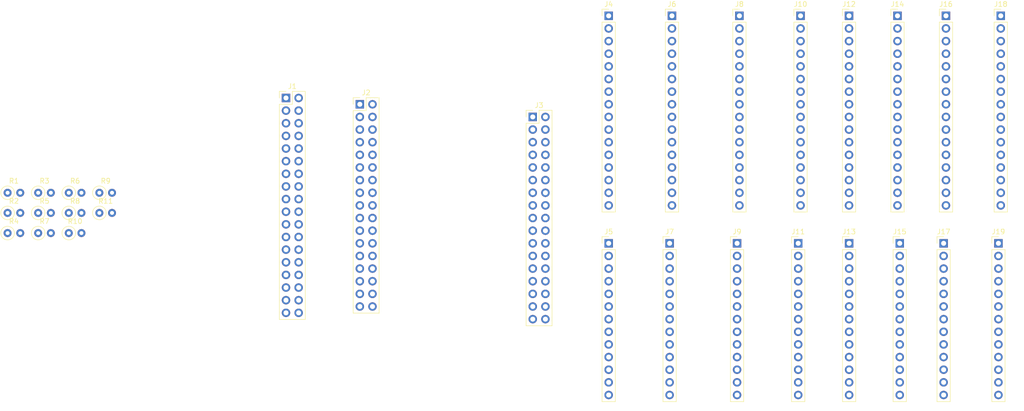
<source format=kicad_pcb>
(kicad_pcb (version 20171130) (host pcbnew "(5.1.2-1)-1")

  (general
    (thickness 1.6)
    (drawings 0)
    (tracks 0)
    (zones 0)
    (modules 30)
    (nets 49)
  )

  (page A4)
  (layers
    (0 F.Cu signal)
    (31 B.Cu signal)
    (32 B.Adhes user)
    (33 F.Adhes user)
    (34 B.Paste user)
    (35 F.Paste user)
    (36 B.SilkS user)
    (37 F.SilkS user)
    (38 B.Mask user)
    (39 F.Mask user)
    (40 Dwgs.User user)
    (41 Cmts.User user)
    (42 Eco1.User user)
    (43 Eco2.User user)
    (44 Edge.Cuts user)
    (45 Margin user)
    (46 B.CrtYd user)
    (47 F.CrtYd user)
    (48 B.Fab user)
    (49 F.Fab user)
  )

  (setup
    (last_trace_width 0.25)
    (trace_clearance 0.2)
    (zone_clearance 0.508)
    (zone_45_only no)
    (trace_min 0.2)
    (via_size 0.8)
    (via_drill 0.4)
    (via_min_size 0.4)
    (via_min_drill 0.3)
    (uvia_size 0.3)
    (uvia_drill 0.1)
    (uvias_allowed no)
    (uvia_min_size 0.2)
    (uvia_min_drill 0.1)
    (edge_width 0.05)
    (segment_width 0.2)
    (pcb_text_width 0.3)
    (pcb_text_size 1.5 1.5)
    (mod_edge_width 0.12)
    (mod_text_size 1 1)
    (mod_text_width 0.15)
    (pad_size 1.524 1.524)
    (pad_drill 0.762)
    (pad_to_mask_clearance 0.051)
    (solder_mask_min_width 0.25)
    (aux_axis_origin 0 0)
    (visible_elements FFFFEF7F)
    (pcbplotparams
      (layerselection 0x010fc_ffffffff)
      (usegerberextensions false)
      (usegerberattributes false)
      (usegerberadvancedattributes false)
      (creategerberjobfile false)
      (excludeedgelayer true)
      (linewidth 0.100000)
      (plotframeref false)
      (viasonmask false)
      (mode 1)
      (useauxorigin false)
      (hpglpennumber 1)
      (hpglpenspeed 20)
      (hpglpendiameter 15.000000)
      (psnegative false)
      (psa4output false)
      (plotreference true)
      (plotvalue true)
      (plotinvisibletext false)
      (padsonsilk false)
      (subtractmaskfromsilk false)
      (outputformat 1)
      (mirror false)
      (drillshape 1)
      (scaleselection 1)
      (outputdirectory ""))
  )

  (net 0 "")
  (net 1 "Net-(J1-Pad35)")
  (net 2 "Net-(J1-Pad34)")
  (net 3 "Net-(J1-Pad33)")
  (net 4 "Net-(J1-Pad32)")
  (net 5 "Net-(J1-Pad31)")
  (net 6 "Net-(J1-Pad30)")
  (net 7 /Row13)
  (net 8 /Row12)
  (net 9 /Row11)
  (net 10 /Row10)
  (net 11 /Row9)
  (net 12 /Row8)
  (net 13 /Row7)
  (net 14 /Row6)
  (net 15 /Row5)
  (net 16 /Row4)
  (net 17 /Row3)
  (net 18 /Row2)
  (net 19 /Row1)
  (net 20 /Col10)
  (net 21 /Col9)
  (net 22 /Col8)
  (net 23 /Col7)
  (net 24 /Col6)
  (net 25 /Col5)
  (net 26 /Col4)
  (net 27 /Col3)
  (net 28 /Col2)
  (net 29 /Col1)
  (net 30 /Col0)
  (net 31 /Row15)
  (net 32 /Row14)
  (net 33 /Row0)
  (net 34 "Net-(J2-Pad34)")
  (net 35 "Net-(J2-Pad33)")
  (net 36 "Net-(J2-Pad32)")
  (net 37 "Net-(J2-Pad31)")
  (net 38 "Net-(J2-Pad30)")
  (net 39 "Net-(J2-Pad29)")
  (net 40 "Net-(J2-Pad1)")
  (net 41 "Net-(J3-Pad34)")
  (net 42 "Net-(J3-Pad33)")
  (net 43 "Net-(J3-Pad32)")
  (net 44 "Net-(J3-Pad31)")
  (net 45 "Net-(J3-Pad30)")
  (net 46 "Net-(J3-Pad29)")
  (net 47 "Net-(J3-Pad1)")
  (net 48 +5V)

  (net_class Default "This is the default net class."
    (clearance 0.2)
    (trace_width 0.25)
    (via_dia 0.8)
    (via_drill 0.4)
    (uvia_dia 0.3)
    (uvia_drill 0.1)
    (add_net +5V)
    (add_net /Col0)
    (add_net /Col1)
    (add_net /Col10)
    (add_net /Col2)
    (add_net /Col3)
    (add_net /Col4)
    (add_net /Col5)
    (add_net /Col6)
    (add_net /Col7)
    (add_net /Col8)
    (add_net /Col9)
    (add_net /Row0)
    (add_net /Row1)
    (add_net /Row10)
    (add_net /Row11)
    (add_net /Row12)
    (add_net /Row13)
    (add_net /Row14)
    (add_net /Row15)
    (add_net /Row2)
    (add_net /Row3)
    (add_net /Row4)
    (add_net /Row5)
    (add_net /Row6)
    (add_net /Row7)
    (add_net /Row8)
    (add_net /Row9)
    (add_net "Net-(J1-Pad30)")
    (add_net "Net-(J1-Pad31)")
    (add_net "Net-(J1-Pad32)")
    (add_net "Net-(J1-Pad33)")
    (add_net "Net-(J1-Pad34)")
    (add_net "Net-(J1-Pad35)")
    (add_net "Net-(J2-Pad1)")
    (add_net "Net-(J2-Pad29)")
    (add_net "Net-(J2-Pad30)")
    (add_net "Net-(J2-Pad31)")
    (add_net "Net-(J2-Pad32)")
    (add_net "Net-(J2-Pad33)")
    (add_net "Net-(J2-Pad34)")
    (add_net "Net-(J3-Pad1)")
    (add_net "Net-(J3-Pad29)")
    (add_net "Net-(J3-Pad30)")
    (add_net "Net-(J3-Pad31)")
    (add_net "Net-(J3-Pad32)")
    (add_net "Net-(J3-Pad33)")
    (add_net "Net-(J3-Pad34)")
  )

  (module Resistor_THT:R_Axial_DIN0207_L6.3mm_D2.5mm_P2.54mm_Vertical (layer F.Cu) (tedit 5AE5139B) (tstamp 5D24DD22)
    (at 5.72 84.06)
    (descr "Resistor, Axial_DIN0207 series, Axial, Vertical, pin pitch=2.54mm, 0.25W = 1/4W, length*diameter=6.3*2.5mm^2, http://cdn-reichelt.de/documents/datenblatt/B400/1_4W%23YAG.pdf")
    (tags "Resistor Axial_DIN0207 series Axial Vertical pin pitch 2.54mm 0.25W = 1/4W length 6.3mm diameter 2.5mm")
    (path /5D2DCE3D)
    (fp_text reference R11 (at 1.27 -2.37) (layer F.SilkS)
      (effects (font (size 1 1) (thickness 0.15)))
    )
    (fp_text value R_US (at 1.27 2.37) (layer F.Fab)
      (effects (font (size 1 1) (thickness 0.15)))
    )
    (fp_text user %R (at 1.27 -2.37) (layer F.Fab)
      (effects (font (size 1 1) (thickness 0.15)))
    )
    (fp_line (start 3.59 -1.5) (end -1.5 -1.5) (layer F.CrtYd) (width 0.05))
    (fp_line (start 3.59 1.5) (end 3.59 -1.5) (layer F.CrtYd) (width 0.05))
    (fp_line (start -1.5 1.5) (end 3.59 1.5) (layer F.CrtYd) (width 0.05))
    (fp_line (start -1.5 -1.5) (end -1.5 1.5) (layer F.CrtYd) (width 0.05))
    (fp_line (start 1.37 0) (end 1.44 0) (layer F.SilkS) (width 0.12))
    (fp_line (start 0 0) (end 2.54 0) (layer F.Fab) (width 0.1))
    (fp_circle (center 0 0) (end 1.37 0) (layer F.SilkS) (width 0.12))
    (fp_circle (center 0 0) (end 1.25 0) (layer F.Fab) (width 0.1))
    (pad 2 thru_hole oval (at 2.54 0) (size 1.6 1.6) (drill 0.8) (layers *.Cu *.Mask)
      (net 30 /Col0))
    (pad 1 thru_hole circle (at 0 0) (size 1.6 1.6) (drill 0.8) (layers *.Cu *.Mask)
      (net 48 +5V))
    (model ${KISYS3DMOD}/Resistor_THT.3dshapes/R_Axial_DIN0207_L6.3mm_D2.5mm_P2.54mm_Vertical.wrl
      (at (xyz 0 0 0))
      (scale (xyz 1 1 1))
      (rotate (xyz 0 0 0))
    )
  )

  (module Resistor_THT:R_Axial_DIN0207_L6.3mm_D2.5mm_P2.54mm_Vertical (layer F.Cu) (tedit 5AE5139B) (tstamp 5D24DD13)
    (at -0.42 88.11)
    (descr "Resistor, Axial_DIN0207 series, Axial, Vertical, pin pitch=2.54mm, 0.25W = 1/4W, length*diameter=6.3*2.5mm^2, http://cdn-reichelt.de/documents/datenblatt/B400/1_4W%23YAG.pdf")
    (tags "Resistor Axial_DIN0207 series Axial Vertical pin pitch 2.54mm 0.25W = 1/4W length 6.3mm diameter 2.5mm")
    (path /5D2DCE33)
    (fp_text reference R10 (at 1.27 -2.37) (layer F.SilkS)
      (effects (font (size 1 1) (thickness 0.15)))
    )
    (fp_text value R_US (at 1.27 2.37) (layer F.Fab)
      (effects (font (size 1 1) (thickness 0.15)))
    )
    (fp_text user %R (at 1.27 -2.37) (layer F.Fab)
      (effects (font (size 1 1) (thickness 0.15)))
    )
    (fp_line (start 3.59 -1.5) (end -1.5 -1.5) (layer F.CrtYd) (width 0.05))
    (fp_line (start 3.59 1.5) (end 3.59 -1.5) (layer F.CrtYd) (width 0.05))
    (fp_line (start -1.5 1.5) (end 3.59 1.5) (layer F.CrtYd) (width 0.05))
    (fp_line (start -1.5 -1.5) (end -1.5 1.5) (layer F.CrtYd) (width 0.05))
    (fp_line (start 1.37 0) (end 1.44 0) (layer F.SilkS) (width 0.12))
    (fp_line (start 0 0) (end 2.54 0) (layer F.Fab) (width 0.1))
    (fp_circle (center 0 0) (end 1.37 0) (layer F.SilkS) (width 0.12))
    (fp_circle (center 0 0) (end 1.25 0) (layer F.Fab) (width 0.1))
    (pad 2 thru_hole oval (at 2.54 0) (size 1.6 1.6) (drill 0.8) (layers *.Cu *.Mask)
      (net 29 /Col1))
    (pad 1 thru_hole circle (at 0 0) (size 1.6 1.6) (drill 0.8) (layers *.Cu *.Mask)
      (net 48 +5V))
    (model ${KISYS3DMOD}/Resistor_THT.3dshapes/R_Axial_DIN0207_L6.3mm_D2.5mm_P2.54mm_Vertical.wrl
      (at (xyz 0 0 0))
      (scale (xyz 1 1 1))
      (rotate (xyz 0 0 0))
    )
  )

  (module Resistor_THT:R_Axial_DIN0207_L6.3mm_D2.5mm_P2.54mm_Vertical (layer F.Cu) (tedit 5AE5139B) (tstamp 5D24DD04)
    (at 5.72 80.01)
    (descr "Resistor, Axial_DIN0207 series, Axial, Vertical, pin pitch=2.54mm, 0.25W = 1/4W, length*diameter=6.3*2.5mm^2, http://cdn-reichelt.de/documents/datenblatt/B400/1_4W%23YAG.pdf")
    (tags "Resistor Axial_DIN0207 series Axial Vertical pin pitch 2.54mm 0.25W = 1/4W length 6.3mm diameter 2.5mm")
    (path /5D2D8EF0)
    (fp_text reference R9 (at 1.27 -2.37) (layer F.SilkS)
      (effects (font (size 1 1) (thickness 0.15)))
    )
    (fp_text value R_US (at 1.27 2.37) (layer F.Fab)
      (effects (font (size 1 1) (thickness 0.15)))
    )
    (fp_text user %R (at 1.27 -2.37) (layer F.Fab)
      (effects (font (size 1 1) (thickness 0.15)))
    )
    (fp_line (start 3.59 -1.5) (end -1.5 -1.5) (layer F.CrtYd) (width 0.05))
    (fp_line (start 3.59 1.5) (end 3.59 -1.5) (layer F.CrtYd) (width 0.05))
    (fp_line (start -1.5 1.5) (end 3.59 1.5) (layer F.CrtYd) (width 0.05))
    (fp_line (start -1.5 -1.5) (end -1.5 1.5) (layer F.CrtYd) (width 0.05))
    (fp_line (start 1.37 0) (end 1.44 0) (layer F.SilkS) (width 0.12))
    (fp_line (start 0 0) (end 2.54 0) (layer F.Fab) (width 0.1))
    (fp_circle (center 0 0) (end 1.37 0) (layer F.SilkS) (width 0.12))
    (fp_circle (center 0 0) (end 1.25 0) (layer F.Fab) (width 0.1))
    (pad 2 thru_hole oval (at 2.54 0) (size 1.6 1.6) (drill 0.8) (layers *.Cu *.Mask)
      (net 28 /Col2))
    (pad 1 thru_hole circle (at 0 0) (size 1.6 1.6) (drill 0.8) (layers *.Cu *.Mask)
      (net 48 +5V))
    (model ${KISYS3DMOD}/Resistor_THT.3dshapes/R_Axial_DIN0207_L6.3mm_D2.5mm_P2.54mm_Vertical.wrl
      (at (xyz 0 0 0))
      (scale (xyz 1 1 1))
      (rotate (xyz 0 0 0))
    )
  )

  (module Resistor_THT:R_Axial_DIN0207_L6.3mm_D2.5mm_P2.54mm_Vertical (layer F.Cu) (tedit 5AE5139B) (tstamp 5D24DCF5)
    (at -0.42 84.06)
    (descr "Resistor, Axial_DIN0207 series, Axial, Vertical, pin pitch=2.54mm, 0.25W = 1/4W, length*diameter=6.3*2.5mm^2, http://cdn-reichelt.de/documents/datenblatt/B400/1_4W%23YAG.pdf")
    (tags "Resistor Axial_DIN0207 series Axial Vertical pin pitch 2.54mm 0.25W = 1/4W length 6.3mm diameter 2.5mm")
    (path /5D2D8EE6)
    (fp_text reference R8 (at 1.27 -2.37) (layer F.SilkS)
      (effects (font (size 1 1) (thickness 0.15)))
    )
    (fp_text value R_US (at 1.27 2.37) (layer F.Fab)
      (effects (font (size 1 1) (thickness 0.15)))
    )
    (fp_text user %R (at 1.27 -2.37) (layer F.Fab)
      (effects (font (size 1 1) (thickness 0.15)))
    )
    (fp_line (start 3.59 -1.5) (end -1.5 -1.5) (layer F.CrtYd) (width 0.05))
    (fp_line (start 3.59 1.5) (end 3.59 -1.5) (layer F.CrtYd) (width 0.05))
    (fp_line (start -1.5 1.5) (end 3.59 1.5) (layer F.CrtYd) (width 0.05))
    (fp_line (start -1.5 -1.5) (end -1.5 1.5) (layer F.CrtYd) (width 0.05))
    (fp_line (start 1.37 0) (end 1.44 0) (layer F.SilkS) (width 0.12))
    (fp_line (start 0 0) (end 2.54 0) (layer F.Fab) (width 0.1))
    (fp_circle (center 0 0) (end 1.37 0) (layer F.SilkS) (width 0.12))
    (fp_circle (center 0 0) (end 1.25 0) (layer F.Fab) (width 0.1))
    (pad 2 thru_hole oval (at 2.54 0) (size 1.6 1.6) (drill 0.8) (layers *.Cu *.Mask)
      (net 27 /Col3))
    (pad 1 thru_hole circle (at 0 0) (size 1.6 1.6) (drill 0.8) (layers *.Cu *.Mask)
      (net 48 +5V))
    (model ${KISYS3DMOD}/Resistor_THT.3dshapes/R_Axial_DIN0207_L6.3mm_D2.5mm_P2.54mm_Vertical.wrl
      (at (xyz 0 0 0))
      (scale (xyz 1 1 1))
      (rotate (xyz 0 0 0))
    )
  )

  (module Resistor_THT:R_Axial_DIN0207_L6.3mm_D2.5mm_P2.54mm_Vertical (layer F.Cu) (tedit 5AE5139B) (tstamp 5D24DCE6)
    (at -6.56 88.11)
    (descr "Resistor, Axial_DIN0207 series, Axial, Vertical, pin pitch=2.54mm, 0.25W = 1/4W, length*diameter=6.3*2.5mm^2, http://cdn-reichelt.de/documents/datenblatt/B400/1_4W%23YAG.pdf")
    (tags "Resistor Axial_DIN0207 series Axial Vertical pin pitch 2.54mm 0.25W = 1/4W length 6.3mm diameter 2.5mm")
    (path /5D2D8EDC)
    (fp_text reference R7 (at 1.27 -2.37) (layer F.SilkS)
      (effects (font (size 1 1) (thickness 0.15)))
    )
    (fp_text value R_US (at 1.27 2.37) (layer F.Fab)
      (effects (font (size 1 1) (thickness 0.15)))
    )
    (fp_text user %R (at 1.27 -2.37) (layer F.Fab)
      (effects (font (size 1 1) (thickness 0.15)))
    )
    (fp_line (start 3.59 -1.5) (end -1.5 -1.5) (layer F.CrtYd) (width 0.05))
    (fp_line (start 3.59 1.5) (end 3.59 -1.5) (layer F.CrtYd) (width 0.05))
    (fp_line (start -1.5 1.5) (end 3.59 1.5) (layer F.CrtYd) (width 0.05))
    (fp_line (start -1.5 -1.5) (end -1.5 1.5) (layer F.CrtYd) (width 0.05))
    (fp_line (start 1.37 0) (end 1.44 0) (layer F.SilkS) (width 0.12))
    (fp_line (start 0 0) (end 2.54 0) (layer F.Fab) (width 0.1))
    (fp_circle (center 0 0) (end 1.37 0) (layer F.SilkS) (width 0.12))
    (fp_circle (center 0 0) (end 1.25 0) (layer F.Fab) (width 0.1))
    (pad 2 thru_hole oval (at 2.54 0) (size 1.6 1.6) (drill 0.8) (layers *.Cu *.Mask)
      (net 26 /Col4))
    (pad 1 thru_hole circle (at 0 0) (size 1.6 1.6) (drill 0.8) (layers *.Cu *.Mask)
      (net 48 +5V))
    (model ${KISYS3DMOD}/Resistor_THT.3dshapes/R_Axial_DIN0207_L6.3mm_D2.5mm_P2.54mm_Vertical.wrl
      (at (xyz 0 0 0))
      (scale (xyz 1 1 1))
      (rotate (xyz 0 0 0))
    )
  )

  (module Resistor_THT:R_Axial_DIN0207_L6.3mm_D2.5mm_P2.54mm_Vertical (layer F.Cu) (tedit 5AE5139B) (tstamp 5D24DCD7)
    (at -0.42 80.01)
    (descr "Resistor, Axial_DIN0207 series, Axial, Vertical, pin pitch=2.54mm, 0.25W = 1/4W, length*diameter=6.3*2.5mm^2, http://cdn-reichelt.de/documents/datenblatt/B400/1_4W%23YAG.pdf")
    (tags "Resistor Axial_DIN0207 series Axial Vertical pin pitch 2.54mm 0.25W = 1/4W length 6.3mm diameter 2.5mm")
    (path /5D2D8ED2)
    (fp_text reference R6 (at 1.27 -2.37) (layer F.SilkS)
      (effects (font (size 1 1) (thickness 0.15)))
    )
    (fp_text value R_US (at 1.27 2.37) (layer F.Fab)
      (effects (font (size 1 1) (thickness 0.15)))
    )
    (fp_text user %R (at 1.27 -2.37) (layer F.Fab)
      (effects (font (size 1 1) (thickness 0.15)))
    )
    (fp_line (start 3.59 -1.5) (end -1.5 -1.5) (layer F.CrtYd) (width 0.05))
    (fp_line (start 3.59 1.5) (end 3.59 -1.5) (layer F.CrtYd) (width 0.05))
    (fp_line (start -1.5 1.5) (end 3.59 1.5) (layer F.CrtYd) (width 0.05))
    (fp_line (start -1.5 -1.5) (end -1.5 1.5) (layer F.CrtYd) (width 0.05))
    (fp_line (start 1.37 0) (end 1.44 0) (layer F.SilkS) (width 0.12))
    (fp_line (start 0 0) (end 2.54 0) (layer F.Fab) (width 0.1))
    (fp_circle (center 0 0) (end 1.37 0) (layer F.SilkS) (width 0.12))
    (fp_circle (center 0 0) (end 1.25 0) (layer F.Fab) (width 0.1))
    (pad 2 thru_hole oval (at 2.54 0) (size 1.6 1.6) (drill 0.8) (layers *.Cu *.Mask)
      (net 25 /Col5))
    (pad 1 thru_hole circle (at 0 0) (size 1.6 1.6) (drill 0.8) (layers *.Cu *.Mask)
      (net 48 +5V))
    (model ${KISYS3DMOD}/Resistor_THT.3dshapes/R_Axial_DIN0207_L6.3mm_D2.5mm_P2.54mm_Vertical.wrl
      (at (xyz 0 0 0))
      (scale (xyz 1 1 1))
      (rotate (xyz 0 0 0))
    )
  )

  (module Resistor_THT:R_Axial_DIN0207_L6.3mm_D2.5mm_P2.54mm_Vertical (layer F.Cu) (tedit 5AE5139B) (tstamp 5D24DCC8)
    (at -6.56 84.06)
    (descr "Resistor, Axial_DIN0207 series, Axial, Vertical, pin pitch=2.54mm, 0.25W = 1/4W, length*diameter=6.3*2.5mm^2, http://cdn-reichelt.de/documents/datenblatt/B400/1_4W%23YAG.pdf")
    (tags "Resistor Axial_DIN0207 series Axial Vertical pin pitch 2.54mm 0.25W = 1/4W length 6.3mm diameter 2.5mm")
    (path /5D2D7512)
    (fp_text reference R5 (at 1.27 -2.37) (layer F.SilkS)
      (effects (font (size 1 1) (thickness 0.15)))
    )
    (fp_text value R_US (at 1.27 2.37) (layer F.Fab)
      (effects (font (size 1 1) (thickness 0.15)))
    )
    (fp_text user %R (at 1.27 -2.37) (layer F.Fab)
      (effects (font (size 1 1) (thickness 0.15)))
    )
    (fp_line (start 3.59 -1.5) (end -1.5 -1.5) (layer F.CrtYd) (width 0.05))
    (fp_line (start 3.59 1.5) (end 3.59 -1.5) (layer F.CrtYd) (width 0.05))
    (fp_line (start -1.5 1.5) (end 3.59 1.5) (layer F.CrtYd) (width 0.05))
    (fp_line (start -1.5 -1.5) (end -1.5 1.5) (layer F.CrtYd) (width 0.05))
    (fp_line (start 1.37 0) (end 1.44 0) (layer F.SilkS) (width 0.12))
    (fp_line (start 0 0) (end 2.54 0) (layer F.Fab) (width 0.1))
    (fp_circle (center 0 0) (end 1.37 0) (layer F.SilkS) (width 0.12))
    (fp_circle (center 0 0) (end 1.25 0) (layer F.Fab) (width 0.1))
    (pad 2 thru_hole oval (at 2.54 0) (size 1.6 1.6) (drill 0.8) (layers *.Cu *.Mask)
      (net 24 /Col6))
    (pad 1 thru_hole circle (at 0 0) (size 1.6 1.6) (drill 0.8) (layers *.Cu *.Mask)
      (net 48 +5V))
    (model ${KISYS3DMOD}/Resistor_THT.3dshapes/R_Axial_DIN0207_L6.3mm_D2.5mm_P2.54mm_Vertical.wrl
      (at (xyz 0 0 0))
      (scale (xyz 1 1 1))
      (rotate (xyz 0 0 0))
    )
  )

  (module Resistor_THT:R_Axial_DIN0207_L6.3mm_D2.5mm_P2.54mm_Vertical (layer F.Cu) (tedit 5AE5139B) (tstamp 5D24DCB9)
    (at -12.7 88.11)
    (descr "Resistor, Axial_DIN0207 series, Axial, Vertical, pin pitch=2.54mm, 0.25W = 1/4W, length*diameter=6.3*2.5mm^2, http://cdn-reichelt.de/documents/datenblatt/B400/1_4W%23YAG.pdf")
    (tags "Resistor Axial_DIN0207 series Axial Vertical pin pitch 2.54mm 0.25W = 1/4W length 6.3mm diameter 2.5mm")
    (path /5D2D7508)
    (fp_text reference R4 (at 1.27 -2.37) (layer F.SilkS)
      (effects (font (size 1 1) (thickness 0.15)))
    )
    (fp_text value R_US (at 1.27 2.37) (layer F.Fab)
      (effects (font (size 1 1) (thickness 0.15)))
    )
    (fp_text user %R (at 1.27 -2.37) (layer F.Fab)
      (effects (font (size 1 1) (thickness 0.15)))
    )
    (fp_line (start 3.59 -1.5) (end -1.5 -1.5) (layer F.CrtYd) (width 0.05))
    (fp_line (start 3.59 1.5) (end 3.59 -1.5) (layer F.CrtYd) (width 0.05))
    (fp_line (start -1.5 1.5) (end 3.59 1.5) (layer F.CrtYd) (width 0.05))
    (fp_line (start -1.5 -1.5) (end -1.5 1.5) (layer F.CrtYd) (width 0.05))
    (fp_line (start 1.37 0) (end 1.44 0) (layer F.SilkS) (width 0.12))
    (fp_line (start 0 0) (end 2.54 0) (layer F.Fab) (width 0.1))
    (fp_circle (center 0 0) (end 1.37 0) (layer F.SilkS) (width 0.12))
    (fp_circle (center 0 0) (end 1.25 0) (layer F.Fab) (width 0.1))
    (pad 2 thru_hole oval (at 2.54 0) (size 1.6 1.6) (drill 0.8) (layers *.Cu *.Mask)
      (net 23 /Col7))
    (pad 1 thru_hole circle (at 0 0) (size 1.6 1.6) (drill 0.8) (layers *.Cu *.Mask)
      (net 48 +5V))
    (model ${KISYS3DMOD}/Resistor_THT.3dshapes/R_Axial_DIN0207_L6.3mm_D2.5mm_P2.54mm_Vertical.wrl
      (at (xyz 0 0 0))
      (scale (xyz 1 1 1))
      (rotate (xyz 0 0 0))
    )
  )

  (module Resistor_THT:R_Axial_DIN0207_L6.3mm_D2.5mm_P2.54mm_Vertical (layer F.Cu) (tedit 5AE5139B) (tstamp 5D24DCAA)
    (at -6.56 80.01)
    (descr "Resistor, Axial_DIN0207 series, Axial, Vertical, pin pitch=2.54mm, 0.25W = 1/4W, length*diameter=6.3*2.5mm^2, http://cdn-reichelt.de/documents/datenblatt/B400/1_4W%23YAG.pdf")
    (tags "Resistor Axial_DIN0207 series Axial Vertical pin pitch 2.54mm 0.25W = 1/4W length 6.3mm diameter 2.5mm")
    (path /5D2D65F2)
    (fp_text reference R3 (at 1.27 -2.37) (layer F.SilkS)
      (effects (font (size 1 1) (thickness 0.15)))
    )
    (fp_text value R_US (at 1.27 2.37) (layer F.Fab)
      (effects (font (size 1 1) (thickness 0.15)))
    )
    (fp_text user %R (at 1.27 -2.37) (layer F.Fab)
      (effects (font (size 1 1) (thickness 0.15)))
    )
    (fp_line (start 3.59 -1.5) (end -1.5 -1.5) (layer F.CrtYd) (width 0.05))
    (fp_line (start 3.59 1.5) (end 3.59 -1.5) (layer F.CrtYd) (width 0.05))
    (fp_line (start -1.5 1.5) (end 3.59 1.5) (layer F.CrtYd) (width 0.05))
    (fp_line (start -1.5 -1.5) (end -1.5 1.5) (layer F.CrtYd) (width 0.05))
    (fp_line (start 1.37 0) (end 1.44 0) (layer F.SilkS) (width 0.12))
    (fp_line (start 0 0) (end 2.54 0) (layer F.Fab) (width 0.1))
    (fp_circle (center 0 0) (end 1.37 0) (layer F.SilkS) (width 0.12))
    (fp_circle (center 0 0) (end 1.25 0) (layer F.Fab) (width 0.1))
    (pad 2 thru_hole oval (at 2.54 0) (size 1.6 1.6) (drill 0.8) (layers *.Cu *.Mask)
      (net 22 /Col8))
    (pad 1 thru_hole circle (at 0 0) (size 1.6 1.6) (drill 0.8) (layers *.Cu *.Mask)
      (net 48 +5V))
    (model ${KISYS3DMOD}/Resistor_THT.3dshapes/R_Axial_DIN0207_L6.3mm_D2.5mm_P2.54mm_Vertical.wrl
      (at (xyz 0 0 0))
      (scale (xyz 1 1 1))
      (rotate (xyz 0 0 0))
    )
  )

  (module Resistor_THT:R_Axial_DIN0207_L6.3mm_D2.5mm_P2.54mm_Vertical (layer F.Cu) (tedit 5AE5139B) (tstamp 5D24DC9B)
    (at -12.7 84.06)
    (descr "Resistor, Axial_DIN0207 series, Axial, Vertical, pin pitch=2.54mm, 0.25W = 1/4W, length*diameter=6.3*2.5mm^2, http://cdn-reichelt.de/documents/datenblatt/B400/1_4W%23YAG.pdf")
    (tags "Resistor Axial_DIN0207 series Axial Vertical pin pitch 2.54mm 0.25W = 1/4W length 6.3mm diameter 2.5mm")
    (path /5D2D3BDC)
    (fp_text reference R2 (at 1.27 -2.37) (layer F.SilkS)
      (effects (font (size 1 1) (thickness 0.15)))
    )
    (fp_text value R_US (at 1.27 2.37) (layer F.Fab)
      (effects (font (size 1 1) (thickness 0.15)))
    )
    (fp_text user %R (at 1.27 -2.37) (layer F.Fab)
      (effects (font (size 1 1) (thickness 0.15)))
    )
    (fp_line (start 3.59 -1.5) (end -1.5 -1.5) (layer F.CrtYd) (width 0.05))
    (fp_line (start 3.59 1.5) (end 3.59 -1.5) (layer F.CrtYd) (width 0.05))
    (fp_line (start -1.5 1.5) (end 3.59 1.5) (layer F.CrtYd) (width 0.05))
    (fp_line (start -1.5 -1.5) (end -1.5 1.5) (layer F.CrtYd) (width 0.05))
    (fp_line (start 1.37 0) (end 1.44 0) (layer F.SilkS) (width 0.12))
    (fp_line (start 0 0) (end 2.54 0) (layer F.Fab) (width 0.1))
    (fp_circle (center 0 0) (end 1.37 0) (layer F.SilkS) (width 0.12))
    (fp_circle (center 0 0) (end 1.25 0) (layer F.Fab) (width 0.1))
    (pad 2 thru_hole oval (at 2.54 0) (size 1.6 1.6) (drill 0.8) (layers *.Cu *.Mask)
      (net 21 /Col9))
    (pad 1 thru_hole circle (at 0 0) (size 1.6 1.6) (drill 0.8) (layers *.Cu *.Mask)
      (net 48 +5V))
    (model ${KISYS3DMOD}/Resistor_THT.3dshapes/R_Axial_DIN0207_L6.3mm_D2.5mm_P2.54mm_Vertical.wrl
      (at (xyz 0 0 0))
      (scale (xyz 1 1 1))
      (rotate (xyz 0 0 0))
    )
  )

  (module Resistor_THT:R_Axial_DIN0207_L6.3mm_D2.5mm_P2.54mm_Vertical (layer F.Cu) (tedit 5AE5139B) (tstamp 5D24DC8C)
    (at -12.7 80.01)
    (descr "Resistor, Axial_DIN0207 series, Axial, Vertical, pin pitch=2.54mm, 0.25W = 1/4W, length*diameter=6.3*2.5mm^2, http://cdn-reichelt.de/documents/datenblatt/B400/1_4W%23YAG.pdf")
    (tags "Resistor Axial_DIN0207 series Axial Vertical pin pitch 2.54mm 0.25W = 1/4W length 6.3mm diameter 2.5mm")
    (path /5D2ECFAD)
    (fp_text reference R1 (at 1.27 -2.37) (layer F.SilkS)
      (effects (font (size 1 1) (thickness 0.15)))
    )
    (fp_text value R_US (at 1.27 2.37) (layer F.Fab)
      (effects (font (size 1 1) (thickness 0.15)))
    )
    (fp_text user %R (at 1.27 -2.37) (layer F.Fab)
      (effects (font (size 1 1) (thickness 0.15)))
    )
    (fp_line (start 3.59 -1.5) (end -1.5 -1.5) (layer F.CrtYd) (width 0.05))
    (fp_line (start 3.59 1.5) (end 3.59 -1.5) (layer F.CrtYd) (width 0.05))
    (fp_line (start -1.5 1.5) (end 3.59 1.5) (layer F.CrtYd) (width 0.05))
    (fp_line (start -1.5 -1.5) (end -1.5 1.5) (layer F.CrtYd) (width 0.05))
    (fp_line (start 1.37 0) (end 1.44 0) (layer F.SilkS) (width 0.12))
    (fp_line (start 0 0) (end 2.54 0) (layer F.Fab) (width 0.1))
    (fp_circle (center 0 0) (end 1.37 0) (layer F.SilkS) (width 0.12))
    (fp_circle (center 0 0) (end 1.25 0) (layer F.Fab) (width 0.1))
    (pad 2 thru_hole oval (at 2.54 0) (size 1.6 1.6) (drill 0.8) (layers *.Cu *.Mask)
      (net 20 /Col10))
    (pad 1 thru_hole circle (at 0 0) (size 1.6 1.6) (drill 0.8) (layers *.Cu *.Mask)
      (net 48 +5V))
    (model ${KISYS3DMOD}/Resistor_THT.3dshapes/R_Axial_DIN0207_L6.3mm_D2.5mm_P2.54mm_Vertical.wrl
      (at (xyz 0 0 0))
      (scale (xyz 1 1 1))
      (rotate (xyz 0 0 0))
    )
  )

  (module Connector_PinHeader_2.54mm:PinHeader_1x13_P2.54mm_Vertical (layer F.Cu) (tedit 59FED5CC) (tstamp 5D24743F)
    (at 186.18 90.17)
    (descr "Through hole straight pin header, 1x13, 2.54mm pitch, single row")
    (tags "Through hole pin header THT 1x13 2.54mm single row")
    (path /5D2B579E)
    (fp_text reference J19 (at 0 -2.33) (layer F.SilkS)
      (effects (font (size 1 1) (thickness 0.15)))
    )
    (fp_text value Conn_01x13 (at 0 32.81) (layer F.Fab)
      (effects (font (size 1 1) (thickness 0.15)))
    )
    (fp_text user %R (at 0 15.24 90) (layer F.Fab)
      (effects (font (size 1 1) (thickness 0.15)))
    )
    (fp_line (start 1.8 -1.8) (end -1.8 -1.8) (layer F.CrtYd) (width 0.05))
    (fp_line (start 1.8 32.25) (end 1.8 -1.8) (layer F.CrtYd) (width 0.05))
    (fp_line (start -1.8 32.25) (end 1.8 32.25) (layer F.CrtYd) (width 0.05))
    (fp_line (start -1.8 -1.8) (end -1.8 32.25) (layer F.CrtYd) (width 0.05))
    (fp_line (start -1.33 -1.33) (end 0 -1.33) (layer F.SilkS) (width 0.12))
    (fp_line (start -1.33 0) (end -1.33 -1.33) (layer F.SilkS) (width 0.12))
    (fp_line (start -1.33 1.27) (end 1.33 1.27) (layer F.SilkS) (width 0.12))
    (fp_line (start 1.33 1.27) (end 1.33 31.81) (layer F.SilkS) (width 0.12))
    (fp_line (start -1.33 1.27) (end -1.33 31.81) (layer F.SilkS) (width 0.12))
    (fp_line (start -1.33 31.81) (end 1.33 31.81) (layer F.SilkS) (width 0.12))
    (fp_line (start -1.27 -0.635) (end -0.635 -1.27) (layer F.Fab) (width 0.1))
    (fp_line (start -1.27 31.75) (end -1.27 -0.635) (layer F.Fab) (width 0.1))
    (fp_line (start 1.27 31.75) (end -1.27 31.75) (layer F.Fab) (width 0.1))
    (fp_line (start 1.27 -1.27) (end 1.27 31.75) (layer F.Fab) (width 0.1))
    (fp_line (start -0.635 -1.27) (end 1.27 -1.27) (layer F.Fab) (width 0.1))
    (pad 13 thru_hole oval (at 0 30.48) (size 1.7 1.7) (drill 1) (layers *.Cu *.Mask))
    (pad 12 thru_hole oval (at 0 27.94) (size 1.7 1.7) (drill 1) (layers *.Cu *.Mask))
    (pad 11 thru_hole oval (at 0 25.4) (size 1.7 1.7) (drill 1) (layers *.Cu *.Mask)
      (net 20 /Col10))
    (pad 10 thru_hole oval (at 0 22.86) (size 1.7 1.7) (drill 1) (layers *.Cu *.Mask)
      (net 21 /Col9))
    (pad 9 thru_hole oval (at 0 20.32) (size 1.7 1.7) (drill 1) (layers *.Cu *.Mask)
      (net 22 /Col8))
    (pad 8 thru_hole oval (at 0 17.78) (size 1.7 1.7) (drill 1) (layers *.Cu *.Mask)
      (net 23 /Col7))
    (pad 7 thru_hole oval (at 0 15.24) (size 1.7 1.7) (drill 1) (layers *.Cu *.Mask)
      (net 24 /Col6))
    (pad 6 thru_hole oval (at 0 12.7) (size 1.7 1.7) (drill 1) (layers *.Cu *.Mask)
      (net 25 /Col5))
    (pad 5 thru_hole oval (at 0 10.16) (size 1.7 1.7) (drill 1) (layers *.Cu *.Mask)
      (net 26 /Col4))
    (pad 4 thru_hole oval (at 0 7.62) (size 1.7 1.7) (drill 1) (layers *.Cu *.Mask)
      (net 27 /Col3))
    (pad 3 thru_hole oval (at 0 5.08) (size 1.7 1.7) (drill 1) (layers *.Cu *.Mask)
      (net 28 /Col2))
    (pad 2 thru_hole oval (at 0 2.54) (size 1.7 1.7) (drill 1) (layers *.Cu *.Mask)
      (net 29 /Col1))
    (pad 1 thru_hole rect (at 0 0) (size 1.7 1.7) (drill 1) (layers *.Cu *.Mask)
      (net 30 /Col0))
    (model ${KISYS3DMOD}/Connector_PinHeader_2.54mm.3dshapes/PinHeader_1x13_P2.54mm_Vertical.wrl
      (at (xyz 0 0 0))
      (scale (xyz 1 1 1))
      (rotate (xyz 0 0 0))
    )
  )

  (module Connector_PinHeader_2.54mm:PinHeader_1x16_P2.54mm_Vertical (layer F.Cu) (tedit 59FED5CC) (tstamp 5D24741E)
    (at 186.65 44.45)
    (descr "Through hole straight pin header, 1x16, 2.54mm pitch, single row")
    (tags "Through hole pin header THT 1x16 2.54mm single row")
    (path /5D2B57A8)
    (fp_text reference J18 (at 0 -2.33) (layer F.SilkS)
      (effects (font (size 1 1) (thickness 0.15)))
    )
    (fp_text value Conn_01x13 (at 0 40.43) (layer F.Fab)
      (effects (font (size 1 1) (thickness 0.15)))
    )
    (fp_text user %R (at 0 19.05 90) (layer F.Fab)
      (effects (font (size 1 1) (thickness 0.15)))
    )
    (fp_line (start 1.8 -1.8) (end -1.8 -1.8) (layer F.CrtYd) (width 0.05))
    (fp_line (start 1.8 39.9) (end 1.8 -1.8) (layer F.CrtYd) (width 0.05))
    (fp_line (start -1.8 39.9) (end 1.8 39.9) (layer F.CrtYd) (width 0.05))
    (fp_line (start -1.8 -1.8) (end -1.8 39.9) (layer F.CrtYd) (width 0.05))
    (fp_line (start -1.33 -1.33) (end 0 -1.33) (layer F.SilkS) (width 0.12))
    (fp_line (start -1.33 0) (end -1.33 -1.33) (layer F.SilkS) (width 0.12))
    (fp_line (start -1.33 1.27) (end 1.33 1.27) (layer F.SilkS) (width 0.12))
    (fp_line (start 1.33 1.27) (end 1.33 39.43) (layer F.SilkS) (width 0.12))
    (fp_line (start -1.33 1.27) (end -1.33 39.43) (layer F.SilkS) (width 0.12))
    (fp_line (start -1.33 39.43) (end 1.33 39.43) (layer F.SilkS) (width 0.12))
    (fp_line (start -1.27 -0.635) (end -0.635 -1.27) (layer F.Fab) (width 0.1))
    (fp_line (start -1.27 39.37) (end -1.27 -0.635) (layer F.Fab) (width 0.1))
    (fp_line (start 1.27 39.37) (end -1.27 39.37) (layer F.Fab) (width 0.1))
    (fp_line (start 1.27 -1.27) (end 1.27 39.37) (layer F.Fab) (width 0.1))
    (fp_line (start -0.635 -1.27) (end 1.27 -1.27) (layer F.Fab) (width 0.1))
    (pad 16 thru_hole oval (at 0 38.1) (size 1.7 1.7) (drill 1) (layers *.Cu *.Mask)
      (net 31 /Row15))
    (pad 15 thru_hole oval (at 0 35.56) (size 1.7 1.7) (drill 1) (layers *.Cu *.Mask)
      (net 32 /Row14))
    (pad 14 thru_hole oval (at 0 33.02) (size 1.7 1.7) (drill 1) (layers *.Cu *.Mask)
      (net 7 /Row13))
    (pad 13 thru_hole oval (at 0 30.48) (size 1.7 1.7) (drill 1) (layers *.Cu *.Mask)
      (net 8 /Row12))
    (pad 12 thru_hole oval (at 0 27.94) (size 1.7 1.7) (drill 1) (layers *.Cu *.Mask)
      (net 9 /Row11))
    (pad 11 thru_hole oval (at 0 25.4) (size 1.7 1.7) (drill 1) (layers *.Cu *.Mask)
      (net 10 /Row10))
    (pad 10 thru_hole oval (at 0 22.86) (size 1.7 1.7) (drill 1) (layers *.Cu *.Mask)
      (net 11 /Row9))
    (pad 9 thru_hole oval (at 0 20.32) (size 1.7 1.7) (drill 1) (layers *.Cu *.Mask)
      (net 12 /Row8))
    (pad 8 thru_hole oval (at 0 17.78) (size 1.7 1.7) (drill 1) (layers *.Cu *.Mask)
      (net 13 /Row7))
    (pad 7 thru_hole oval (at 0 15.24) (size 1.7 1.7) (drill 1) (layers *.Cu *.Mask)
      (net 14 /Row6))
    (pad 6 thru_hole oval (at 0 12.7) (size 1.7 1.7) (drill 1) (layers *.Cu *.Mask)
      (net 15 /Row5))
    (pad 5 thru_hole oval (at 0 10.16) (size 1.7 1.7) (drill 1) (layers *.Cu *.Mask)
      (net 16 /Row4))
    (pad 4 thru_hole oval (at 0 7.62) (size 1.7 1.7) (drill 1) (layers *.Cu *.Mask)
      (net 17 /Row3))
    (pad 3 thru_hole oval (at 0 5.08) (size 1.7 1.7) (drill 1) (layers *.Cu *.Mask)
      (net 18 /Row2))
    (pad 2 thru_hole oval (at 0 2.54) (size 1.7 1.7) (drill 1) (layers *.Cu *.Mask)
      (net 19 /Row1))
    (pad 1 thru_hole rect (at 0 0) (size 1.7 1.7) (drill 1) (layers *.Cu *.Mask)
      (net 33 /Row0))
    (model ${KISYS3DMOD}/Connector_PinHeader_2.54mm.3dshapes/PinHeader_1x16_P2.54mm_Vertical.wrl
      (at (xyz 0 0 0))
      (scale (xyz 1 1 1))
      (rotate (xyz 0 0 0))
    )
  )

  (module Connector_PinHeader_2.54mm:PinHeader_1x13_P2.54mm_Vertical (layer F.Cu) (tedit 59FED5CC) (tstamp 5D2473FA)
    (at 175.18 90.17)
    (descr "Through hole straight pin header, 1x13, 2.54mm pitch, single row")
    (tags "Through hole pin header THT 1x13 2.54mm single row")
    (path /5D2B57CD)
    (fp_text reference J17 (at 0 -2.33) (layer F.SilkS)
      (effects (font (size 1 1) (thickness 0.15)))
    )
    (fp_text value Conn_01x13 (at 0 32.81) (layer F.Fab)
      (effects (font (size 1 1) (thickness 0.15)))
    )
    (fp_text user %R (at 0 15.24 90) (layer F.Fab)
      (effects (font (size 1 1) (thickness 0.15)))
    )
    (fp_line (start 1.8 -1.8) (end -1.8 -1.8) (layer F.CrtYd) (width 0.05))
    (fp_line (start 1.8 32.25) (end 1.8 -1.8) (layer F.CrtYd) (width 0.05))
    (fp_line (start -1.8 32.25) (end 1.8 32.25) (layer F.CrtYd) (width 0.05))
    (fp_line (start -1.8 -1.8) (end -1.8 32.25) (layer F.CrtYd) (width 0.05))
    (fp_line (start -1.33 -1.33) (end 0 -1.33) (layer F.SilkS) (width 0.12))
    (fp_line (start -1.33 0) (end -1.33 -1.33) (layer F.SilkS) (width 0.12))
    (fp_line (start -1.33 1.27) (end 1.33 1.27) (layer F.SilkS) (width 0.12))
    (fp_line (start 1.33 1.27) (end 1.33 31.81) (layer F.SilkS) (width 0.12))
    (fp_line (start -1.33 1.27) (end -1.33 31.81) (layer F.SilkS) (width 0.12))
    (fp_line (start -1.33 31.81) (end 1.33 31.81) (layer F.SilkS) (width 0.12))
    (fp_line (start -1.27 -0.635) (end -0.635 -1.27) (layer F.Fab) (width 0.1))
    (fp_line (start -1.27 31.75) (end -1.27 -0.635) (layer F.Fab) (width 0.1))
    (fp_line (start 1.27 31.75) (end -1.27 31.75) (layer F.Fab) (width 0.1))
    (fp_line (start 1.27 -1.27) (end 1.27 31.75) (layer F.Fab) (width 0.1))
    (fp_line (start -0.635 -1.27) (end 1.27 -1.27) (layer F.Fab) (width 0.1))
    (pad 13 thru_hole oval (at 0 30.48) (size 1.7 1.7) (drill 1) (layers *.Cu *.Mask))
    (pad 12 thru_hole oval (at 0 27.94) (size 1.7 1.7) (drill 1) (layers *.Cu *.Mask))
    (pad 11 thru_hole oval (at 0 25.4) (size 1.7 1.7) (drill 1) (layers *.Cu *.Mask)
      (net 20 /Col10))
    (pad 10 thru_hole oval (at 0 22.86) (size 1.7 1.7) (drill 1) (layers *.Cu *.Mask)
      (net 21 /Col9))
    (pad 9 thru_hole oval (at 0 20.32) (size 1.7 1.7) (drill 1) (layers *.Cu *.Mask)
      (net 22 /Col8))
    (pad 8 thru_hole oval (at 0 17.78) (size 1.7 1.7) (drill 1) (layers *.Cu *.Mask)
      (net 23 /Col7))
    (pad 7 thru_hole oval (at 0 15.24) (size 1.7 1.7) (drill 1) (layers *.Cu *.Mask)
      (net 24 /Col6))
    (pad 6 thru_hole oval (at 0 12.7) (size 1.7 1.7) (drill 1) (layers *.Cu *.Mask)
      (net 25 /Col5))
    (pad 5 thru_hole oval (at 0 10.16) (size 1.7 1.7) (drill 1) (layers *.Cu *.Mask)
      (net 26 /Col4))
    (pad 4 thru_hole oval (at 0 7.62) (size 1.7 1.7) (drill 1) (layers *.Cu *.Mask)
      (net 27 /Col3))
    (pad 3 thru_hole oval (at 0 5.08) (size 1.7 1.7) (drill 1) (layers *.Cu *.Mask)
      (net 28 /Col2))
    (pad 2 thru_hole oval (at 0 2.54) (size 1.7 1.7) (drill 1) (layers *.Cu *.Mask)
      (net 29 /Col1))
    (pad 1 thru_hole rect (at 0 0) (size 1.7 1.7) (drill 1) (layers *.Cu *.Mask)
      (net 30 /Col0))
    (model ${KISYS3DMOD}/Connector_PinHeader_2.54mm.3dshapes/PinHeader_1x13_P2.54mm_Vertical.wrl
      (at (xyz 0 0 0))
      (scale (xyz 1 1 1))
      (rotate (xyz 0 0 0))
    )
  )

  (module Connector_PinHeader_2.54mm:PinHeader_1x16_P2.54mm_Vertical (layer F.Cu) (tedit 59FED5CC) (tstamp 5D2473D9)
    (at 175.65 44.45)
    (descr "Through hole straight pin header, 1x16, 2.54mm pitch, single row")
    (tags "Through hole pin header THT 1x16 2.54mm single row")
    (path /5D2B57D7)
    (fp_text reference J16 (at 0 -2.33) (layer F.SilkS)
      (effects (font (size 1 1) (thickness 0.15)))
    )
    (fp_text value Conn_01x13 (at 0 40.43) (layer F.Fab)
      (effects (font (size 1 1) (thickness 0.15)))
    )
    (fp_text user %R (at 0 19.05 90) (layer F.Fab)
      (effects (font (size 1 1) (thickness 0.15)))
    )
    (fp_line (start 1.8 -1.8) (end -1.8 -1.8) (layer F.CrtYd) (width 0.05))
    (fp_line (start 1.8 39.9) (end 1.8 -1.8) (layer F.CrtYd) (width 0.05))
    (fp_line (start -1.8 39.9) (end 1.8 39.9) (layer F.CrtYd) (width 0.05))
    (fp_line (start -1.8 -1.8) (end -1.8 39.9) (layer F.CrtYd) (width 0.05))
    (fp_line (start -1.33 -1.33) (end 0 -1.33) (layer F.SilkS) (width 0.12))
    (fp_line (start -1.33 0) (end -1.33 -1.33) (layer F.SilkS) (width 0.12))
    (fp_line (start -1.33 1.27) (end 1.33 1.27) (layer F.SilkS) (width 0.12))
    (fp_line (start 1.33 1.27) (end 1.33 39.43) (layer F.SilkS) (width 0.12))
    (fp_line (start -1.33 1.27) (end -1.33 39.43) (layer F.SilkS) (width 0.12))
    (fp_line (start -1.33 39.43) (end 1.33 39.43) (layer F.SilkS) (width 0.12))
    (fp_line (start -1.27 -0.635) (end -0.635 -1.27) (layer F.Fab) (width 0.1))
    (fp_line (start -1.27 39.37) (end -1.27 -0.635) (layer F.Fab) (width 0.1))
    (fp_line (start 1.27 39.37) (end -1.27 39.37) (layer F.Fab) (width 0.1))
    (fp_line (start 1.27 -1.27) (end 1.27 39.37) (layer F.Fab) (width 0.1))
    (fp_line (start -0.635 -1.27) (end 1.27 -1.27) (layer F.Fab) (width 0.1))
    (pad 16 thru_hole oval (at 0 38.1) (size 1.7 1.7) (drill 1) (layers *.Cu *.Mask)
      (net 31 /Row15))
    (pad 15 thru_hole oval (at 0 35.56) (size 1.7 1.7) (drill 1) (layers *.Cu *.Mask)
      (net 32 /Row14))
    (pad 14 thru_hole oval (at 0 33.02) (size 1.7 1.7) (drill 1) (layers *.Cu *.Mask)
      (net 7 /Row13))
    (pad 13 thru_hole oval (at 0 30.48) (size 1.7 1.7) (drill 1) (layers *.Cu *.Mask)
      (net 8 /Row12))
    (pad 12 thru_hole oval (at 0 27.94) (size 1.7 1.7) (drill 1) (layers *.Cu *.Mask)
      (net 9 /Row11))
    (pad 11 thru_hole oval (at 0 25.4) (size 1.7 1.7) (drill 1) (layers *.Cu *.Mask)
      (net 10 /Row10))
    (pad 10 thru_hole oval (at 0 22.86) (size 1.7 1.7) (drill 1) (layers *.Cu *.Mask)
      (net 11 /Row9))
    (pad 9 thru_hole oval (at 0 20.32) (size 1.7 1.7) (drill 1) (layers *.Cu *.Mask)
      (net 12 /Row8))
    (pad 8 thru_hole oval (at 0 17.78) (size 1.7 1.7) (drill 1) (layers *.Cu *.Mask)
      (net 13 /Row7))
    (pad 7 thru_hole oval (at 0 15.24) (size 1.7 1.7) (drill 1) (layers *.Cu *.Mask)
      (net 14 /Row6))
    (pad 6 thru_hole oval (at 0 12.7) (size 1.7 1.7) (drill 1) (layers *.Cu *.Mask)
      (net 15 /Row5))
    (pad 5 thru_hole oval (at 0 10.16) (size 1.7 1.7) (drill 1) (layers *.Cu *.Mask)
      (net 16 /Row4))
    (pad 4 thru_hole oval (at 0 7.62) (size 1.7 1.7) (drill 1) (layers *.Cu *.Mask)
      (net 17 /Row3))
    (pad 3 thru_hole oval (at 0 5.08) (size 1.7 1.7) (drill 1) (layers *.Cu *.Mask)
      (net 18 /Row2))
    (pad 2 thru_hole oval (at 0 2.54) (size 1.7 1.7) (drill 1) (layers *.Cu *.Mask)
      (net 19 /Row1))
    (pad 1 thru_hole rect (at 0 0) (size 1.7 1.7) (drill 1) (layers *.Cu *.Mask)
      (net 33 /Row0))
    (model ${KISYS3DMOD}/Connector_PinHeader_2.54mm.3dshapes/PinHeader_1x16_P2.54mm_Vertical.wrl
      (at (xyz 0 0 0))
      (scale (xyz 1 1 1))
      (rotate (xyz 0 0 0))
    )
  )

  (module Connector_PinHeader_2.54mm:PinHeader_1x13_P2.54mm_Vertical (layer F.Cu) (tedit 59FED5CC) (tstamp 5D2473B5)
    (at 166.37 90.17)
    (descr "Through hole straight pin header, 1x13, 2.54mm pitch, single row")
    (tags "Through hole pin header THT 1x13 2.54mm single row")
    (path /5D2B5740)
    (fp_text reference J15 (at 0 -2.33) (layer F.SilkS)
      (effects (font (size 1 1) (thickness 0.15)))
    )
    (fp_text value Conn_01x13 (at 0 32.81) (layer F.Fab)
      (effects (font (size 1 1) (thickness 0.15)))
    )
    (fp_text user %R (at 0 15.24 90) (layer F.Fab)
      (effects (font (size 1 1) (thickness 0.15)))
    )
    (fp_line (start 1.8 -1.8) (end -1.8 -1.8) (layer F.CrtYd) (width 0.05))
    (fp_line (start 1.8 32.25) (end 1.8 -1.8) (layer F.CrtYd) (width 0.05))
    (fp_line (start -1.8 32.25) (end 1.8 32.25) (layer F.CrtYd) (width 0.05))
    (fp_line (start -1.8 -1.8) (end -1.8 32.25) (layer F.CrtYd) (width 0.05))
    (fp_line (start -1.33 -1.33) (end 0 -1.33) (layer F.SilkS) (width 0.12))
    (fp_line (start -1.33 0) (end -1.33 -1.33) (layer F.SilkS) (width 0.12))
    (fp_line (start -1.33 1.27) (end 1.33 1.27) (layer F.SilkS) (width 0.12))
    (fp_line (start 1.33 1.27) (end 1.33 31.81) (layer F.SilkS) (width 0.12))
    (fp_line (start -1.33 1.27) (end -1.33 31.81) (layer F.SilkS) (width 0.12))
    (fp_line (start -1.33 31.81) (end 1.33 31.81) (layer F.SilkS) (width 0.12))
    (fp_line (start -1.27 -0.635) (end -0.635 -1.27) (layer F.Fab) (width 0.1))
    (fp_line (start -1.27 31.75) (end -1.27 -0.635) (layer F.Fab) (width 0.1))
    (fp_line (start 1.27 31.75) (end -1.27 31.75) (layer F.Fab) (width 0.1))
    (fp_line (start 1.27 -1.27) (end 1.27 31.75) (layer F.Fab) (width 0.1))
    (fp_line (start -0.635 -1.27) (end 1.27 -1.27) (layer F.Fab) (width 0.1))
    (pad 13 thru_hole oval (at 0 30.48) (size 1.7 1.7) (drill 1) (layers *.Cu *.Mask))
    (pad 12 thru_hole oval (at 0 27.94) (size 1.7 1.7) (drill 1) (layers *.Cu *.Mask))
    (pad 11 thru_hole oval (at 0 25.4) (size 1.7 1.7) (drill 1) (layers *.Cu *.Mask)
      (net 20 /Col10))
    (pad 10 thru_hole oval (at 0 22.86) (size 1.7 1.7) (drill 1) (layers *.Cu *.Mask)
      (net 21 /Col9))
    (pad 9 thru_hole oval (at 0 20.32) (size 1.7 1.7) (drill 1) (layers *.Cu *.Mask)
      (net 22 /Col8))
    (pad 8 thru_hole oval (at 0 17.78) (size 1.7 1.7) (drill 1) (layers *.Cu *.Mask)
      (net 23 /Col7))
    (pad 7 thru_hole oval (at 0 15.24) (size 1.7 1.7) (drill 1) (layers *.Cu *.Mask)
      (net 24 /Col6))
    (pad 6 thru_hole oval (at 0 12.7) (size 1.7 1.7) (drill 1) (layers *.Cu *.Mask)
      (net 25 /Col5))
    (pad 5 thru_hole oval (at 0 10.16) (size 1.7 1.7) (drill 1) (layers *.Cu *.Mask)
      (net 26 /Col4))
    (pad 4 thru_hole oval (at 0 7.62) (size 1.7 1.7) (drill 1) (layers *.Cu *.Mask)
      (net 27 /Col3))
    (pad 3 thru_hole oval (at 0 5.08) (size 1.7 1.7) (drill 1) (layers *.Cu *.Mask)
      (net 28 /Col2))
    (pad 2 thru_hole oval (at 0 2.54) (size 1.7 1.7) (drill 1) (layers *.Cu *.Mask)
      (net 29 /Col1))
    (pad 1 thru_hole rect (at 0 0) (size 1.7 1.7) (drill 1) (layers *.Cu *.Mask)
      (net 30 /Col0))
    (model ${KISYS3DMOD}/Connector_PinHeader_2.54mm.3dshapes/PinHeader_1x13_P2.54mm_Vertical.wrl
      (at (xyz 0 0 0))
      (scale (xyz 1 1 1))
      (rotate (xyz 0 0 0))
    )
  )

  (module Connector_PinHeader_2.54mm:PinHeader_1x16_P2.54mm_Vertical (layer F.Cu) (tedit 59FED5CC) (tstamp 5D247394)
    (at 165.92 44.45)
    (descr "Through hole straight pin header, 1x16, 2.54mm pitch, single row")
    (tags "Through hole pin header THT 1x16 2.54mm single row")
    (path /5D2B574A)
    (fp_text reference J14 (at 0 -2.33) (layer F.SilkS)
      (effects (font (size 1 1) (thickness 0.15)))
    )
    (fp_text value Conn_01x13 (at 0 40.43) (layer F.Fab)
      (effects (font (size 1 1) (thickness 0.15)))
    )
    (fp_text user %R (at 0 19.05 90) (layer F.Fab)
      (effects (font (size 1 1) (thickness 0.15)))
    )
    (fp_line (start 1.8 -1.8) (end -1.8 -1.8) (layer F.CrtYd) (width 0.05))
    (fp_line (start 1.8 39.9) (end 1.8 -1.8) (layer F.CrtYd) (width 0.05))
    (fp_line (start -1.8 39.9) (end 1.8 39.9) (layer F.CrtYd) (width 0.05))
    (fp_line (start -1.8 -1.8) (end -1.8 39.9) (layer F.CrtYd) (width 0.05))
    (fp_line (start -1.33 -1.33) (end 0 -1.33) (layer F.SilkS) (width 0.12))
    (fp_line (start -1.33 0) (end -1.33 -1.33) (layer F.SilkS) (width 0.12))
    (fp_line (start -1.33 1.27) (end 1.33 1.27) (layer F.SilkS) (width 0.12))
    (fp_line (start 1.33 1.27) (end 1.33 39.43) (layer F.SilkS) (width 0.12))
    (fp_line (start -1.33 1.27) (end -1.33 39.43) (layer F.SilkS) (width 0.12))
    (fp_line (start -1.33 39.43) (end 1.33 39.43) (layer F.SilkS) (width 0.12))
    (fp_line (start -1.27 -0.635) (end -0.635 -1.27) (layer F.Fab) (width 0.1))
    (fp_line (start -1.27 39.37) (end -1.27 -0.635) (layer F.Fab) (width 0.1))
    (fp_line (start 1.27 39.37) (end -1.27 39.37) (layer F.Fab) (width 0.1))
    (fp_line (start 1.27 -1.27) (end 1.27 39.37) (layer F.Fab) (width 0.1))
    (fp_line (start -0.635 -1.27) (end 1.27 -1.27) (layer F.Fab) (width 0.1))
    (pad 16 thru_hole oval (at 0 38.1) (size 1.7 1.7) (drill 1) (layers *.Cu *.Mask)
      (net 31 /Row15))
    (pad 15 thru_hole oval (at 0 35.56) (size 1.7 1.7) (drill 1) (layers *.Cu *.Mask)
      (net 32 /Row14))
    (pad 14 thru_hole oval (at 0 33.02) (size 1.7 1.7) (drill 1) (layers *.Cu *.Mask)
      (net 7 /Row13))
    (pad 13 thru_hole oval (at 0 30.48) (size 1.7 1.7) (drill 1) (layers *.Cu *.Mask)
      (net 8 /Row12))
    (pad 12 thru_hole oval (at 0 27.94) (size 1.7 1.7) (drill 1) (layers *.Cu *.Mask)
      (net 9 /Row11))
    (pad 11 thru_hole oval (at 0 25.4) (size 1.7 1.7) (drill 1) (layers *.Cu *.Mask)
      (net 10 /Row10))
    (pad 10 thru_hole oval (at 0 22.86) (size 1.7 1.7) (drill 1) (layers *.Cu *.Mask)
      (net 11 /Row9))
    (pad 9 thru_hole oval (at 0 20.32) (size 1.7 1.7) (drill 1) (layers *.Cu *.Mask)
      (net 12 /Row8))
    (pad 8 thru_hole oval (at 0 17.78) (size 1.7 1.7) (drill 1) (layers *.Cu *.Mask)
      (net 13 /Row7))
    (pad 7 thru_hole oval (at 0 15.24) (size 1.7 1.7) (drill 1) (layers *.Cu *.Mask)
      (net 14 /Row6))
    (pad 6 thru_hole oval (at 0 12.7) (size 1.7 1.7) (drill 1) (layers *.Cu *.Mask)
      (net 15 /Row5))
    (pad 5 thru_hole oval (at 0 10.16) (size 1.7 1.7) (drill 1) (layers *.Cu *.Mask)
      (net 16 /Row4))
    (pad 4 thru_hole oval (at 0 7.62) (size 1.7 1.7) (drill 1) (layers *.Cu *.Mask)
      (net 17 /Row3))
    (pad 3 thru_hole oval (at 0 5.08) (size 1.7 1.7) (drill 1) (layers *.Cu *.Mask)
      (net 18 /Row2))
    (pad 2 thru_hole oval (at 0 2.54) (size 1.7 1.7) (drill 1) (layers *.Cu *.Mask)
      (net 19 /Row1))
    (pad 1 thru_hole rect (at 0 0) (size 1.7 1.7) (drill 1) (layers *.Cu *.Mask)
      (net 33 /Row0))
    (model ${KISYS3DMOD}/Connector_PinHeader_2.54mm.3dshapes/PinHeader_1x16_P2.54mm_Vertical.wrl
      (at (xyz 0 0 0))
      (scale (xyz 1 1 1))
      (rotate (xyz 0 0 0))
    )
  )

  (module Connector_PinHeader_2.54mm:PinHeader_1x13_P2.54mm_Vertical (layer F.Cu) (tedit 59FED5CC) (tstamp 5D247370)
    (at 156.21 90.17)
    (descr "Through hole straight pin header, 1x13, 2.54mm pitch, single row")
    (tags "Through hole pin header THT 1x13 2.54mm single row")
    (path /5D2B576F)
    (fp_text reference J13 (at 0 -2.33) (layer F.SilkS)
      (effects (font (size 1 1) (thickness 0.15)))
    )
    (fp_text value Conn_01x13 (at 0 32.81) (layer F.Fab)
      (effects (font (size 1 1) (thickness 0.15)))
    )
    (fp_text user %R (at 0 15.24 90) (layer F.Fab)
      (effects (font (size 1 1) (thickness 0.15)))
    )
    (fp_line (start 1.8 -1.8) (end -1.8 -1.8) (layer F.CrtYd) (width 0.05))
    (fp_line (start 1.8 32.25) (end 1.8 -1.8) (layer F.CrtYd) (width 0.05))
    (fp_line (start -1.8 32.25) (end 1.8 32.25) (layer F.CrtYd) (width 0.05))
    (fp_line (start -1.8 -1.8) (end -1.8 32.25) (layer F.CrtYd) (width 0.05))
    (fp_line (start -1.33 -1.33) (end 0 -1.33) (layer F.SilkS) (width 0.12))
    (fp_line (start -1.33 0) (end -1.33 -1.33) (layer F.SilkS) (width 0.12))
    (fp_line (start -1.33 1.27) (end 1.33 1.27) (layer F.SilkS) (width 0.12))
    (fp_line (start 1.33 1.27) (end 1.33 31.81) (layer F.SilkS) (width 0.12))
    (fp_line (start -1.33 1.27) (end -1.33 31.81) (layer F.SilkS) (width 0.12))
    (fp_line (start -1.33 31.81) (end 1.33 31.81) (layer F.SilkS) (width 0.12))
    (fp_line (start -1.27 -0.635) (end -0.635 -1.27) (layer F.Fab) (width 0.1))
    (fp_line (start -1.27 31.75) (end -1.27 -0.635) (layer F.Fab) (width 0.1))
    (fp_line (start 1.27 31.75) (end -1.27 31.75) (layer F.Fab) (width 0.1))
    (fp_line (start 1.27 -1.27) (end 1.27 31.75) (layer F.Fab) (width 0.1))
    (fp_line (start -0.635 -1.27) (end 1.27 -1.27) (layer F.Fab) (width 0.1))
    (pad 13 thru_hole oval (at 0 30.48) (size 1.7 1.7) (drill 1) (layers *.Cu *.Mask))
    (pad 12 thru_hole oval (at 0 27.94) (size 1.7 1.7) (drill 1) (layers *.Cu *.Mask))
    (pad 11 thru_hole oval (at 0 25.4) (size 1.7 1.7) (drill 1) (layers *.Cu *.Mask)
      (net 20 /Col10))
    (pad 10 thru_hole oval (at 0 22.86) (size 1.7 1.7) (drill 1) (layers *.Cu *.Mask)
      (net 21 /Col9))
    (pad 9 thru_hole oval (at 0 20.32) (size 1.7 1.7) (drill 1) (layers *.Cu *.Mask)
      (net 22 /Col8))
    (pad 8 thru_hole oval (at 0 17.78) (size 1.7 1.7) (drill 1) (layers *.Cu *.Mask)
      (net 23 /Col7))
    (pad 7 thru_hole oval (at 0 15.24) (size 1.7 1.7) (drill 1) (layers *.Cu *.Mask)
      (net 24 /Col6))
    (pad 6 thru_hole oval (at 0 12.7) (size 1.7 1.7) (drill 1) (layers *.Cu *.Mask)
      (net 25 /Col5))
    (pad 5 thru_hole oval (at 0 10.16) (size 1.7 1.7) (drill 1) (layers *.Cu *.Mask)
      (net 26 /Col4))
    (pad 4 thru_hole oval (at 0 7.62) (size 1.7 1.7) (drill 1) (layers *.Cu *.Mask)
      (net 27 /Col3))
    (pad 3 thru_hole oval (at 0 5.08) (size 1.7 1.7) (drill 1) (layers *.Cu *.Mask)
      (net 28 /Col2))
    (pad 2 thru_hole oval (at 0 2.54) (size 1.7 1.7) (drill 1) (layers *.Cu *.Mask)
      (net 29 /Col1))
    (pad 1 thru_hole rect (at 0 0) (size 1.7 1.7) (drill 1) (layers *.Cu *.Mask)
      (net 30 /Col0))
    (model ${KISYS3DMOD}/Connector_PinHeader_2.54mm.3dshapes/PinHeader_1x13_P2.54mm_Vertical.wrl
      (at (xyz 0 0 0))
      (scale (xyz 1 1 1))
      (rotate (xyz 0 0 0))
    )
  )

  (module Connector_PinHeader_2.54mm:PinHeader_1x16_P2.54mm_Vertical (layer F.Cu) (tedit 59FED5CC) (tstamp 5D24734F)
    (at 156.19 44.45)
    (descr "Through hole straight pin header, 1x16, 2.54mm pitch, single row")
    (tags "Through hole pin header THT 1x16 2.54mm single row")
    (path /5D2B5779)
    (fp_text reference J12 (at 0 -2.33) (layer F.SilkS)
      (effects (font (size 1 1) (thickness 0.15)))
    )
    (fp_text value Conn_01x13 (at 0 40.43) (layer F.Fab)
      (effects (font (size 1 1) (thickness 0.15)))
    )
    (fp_text user %R (at 0 19.05 90) (layer F.Fab)
      (effects (font (size 1 1) (thickness 0.15)))
    )
    (fp_line (start 1.8 -1.8) (end -1.8 -1.8) (layer F.CrtYd) (width 0.05))
    (fp_line (start 1.8 39.9) (end 1.8 -1.8) (layer F.CrtYd) (width 0.05))
    (fp_line (start -1.8 39.9) (end 1.8 39.9) (layer F.CrtYd) (width 0.05))
    (fp_line (start -1.8 -1.8) (end -1.8 39.9) (layer F.CrtYd) (width 0.05))
    (fp_line (start -1.33 -1.33) (end 0 -1.33) (layer F.SilkS) (width 0.12))
    (fp_line (start -1.33 0) (end -1.33 -1.33) (layer F.SilkS) (width 0.12))
    (fp_line (start -1.33 1.27) (end 1.33 1.27) (layer F.SilkS) (width 0.12))
    (fp_line (start 1.33 1.27) (end 1.33 39.43) (layer F.SilkS) (width 0.12))
    (fp_line (start -1.33 1.27) (end -1.33 39.43) (layer F.SilkS) (width 0.12))
    (fp_line (start -1.33 39.43) (end 1.33 39.43) (layer F.SilkS) (width 0.12))
    (fp_line (start -1.27 -0.635) (end -0.635 -1.27) (layer F.Fab) (width 0.1))
    (fp_line (start -1.27 39.37) (end -1.27 -0.635) (layer F.Fab) (width 0.1))
    (fp_line (start 1.27 39.37) (end -1.27 39.37) (layer F.Fab) (width 0.1))
    (fp_line (start 1.27 -1.27) (end 1.27 39.37) (layer F.Fab) (width 0.1))
    (fp_line (start -0.635 -1.27) (end 1.27 -1.27) (layer F.Fab) (width 0.1))
    (pad 16 thru_hole oval (at 0 38.1) (size 1.7 1.7) (drill 1) (layers *.Cu *.Mask)
      (net 31 /Row15))
    (pad 15 thru_hole oval (at 0 35.56) (size 1.7 1.7) (drill 1) (layers *.Cu *.Mask)
      (net 32 /Row14))
    (pad 14 thru_hole oval (at 0 33.02) (size 1.7 1.7) (drill 1) (layers *.Cu *.Mask)
      (net 7 /Row13))
    (pad 13 thru_hole oval (at 0 30.48) (size 1.7 1.7) (drill 1) (layers *.Cu *.Mask)
      (net 8 /Row12))
    (pad 12 thru_hole oval (at 0 27.94) (size 1.7 1.7) (drill 1) (layers *.Cu *.Mask)
      (net 9 /Row11))
    (pad 11 thru_hole oval (at 0 25.4) (size 1.7 1.7) (drill 1) (layers *.Cu *.Mask)
      (net 10 /Row10))
    (pad 10 thru_hole oval (at 0 22.86) (size 1.7 1.7) (drill 1) (layers *.Cu *.Mask)
      (net 11 /Row9))
    (pad 9 thru_hole oval (at 0 20.32) (size 1.7 1.7) (drill 1) (layers *.Cu *.Mask)
      (net 12 /Row8))
    (pad 8 thru_hole oval (at 0 17.78) (size 1.7 1.7) (drill 1) (layers *.Cu *.Mask)
      (net 13 /Row7))
    (pad 7 thru_hole oval (at 0 15.24) (size 1.7 1.7) (drill 1) (layers *.Cu *.Mask)
      (net 14 /Row6))
    (pad 6 thru_hole oval (at 0 12.7) (size 1.7 1.7) (drill 1) (layers *.Cu *.Mask)
      (net 15 /Row5))
    (pad 5 thru_hole oval (at 0 10.16) (size 1.7 1.7) (drill 1) (layers *.Cu *.Mask)
      (net 16 /Row4))
    (pad 4 thru_hole oval (at 0 7.62) (size 1.7 1.7) (drill 1) (layers *.Cu *.Mask)
      (net 17 /Row3))
    (pad 3 thru_hole oval (at 0 5.08) (size 1.7 1.7) (drill 1) (layers *.Cu *.Mask)
      (net 18 /Row2))
    (pad 2 thru_hole oval (at 0 2.54) (size 1.7 1.7) (drill 1) (layers *.Cu *.Mask)
      (net 19 /Row1))
    (pad 1 thru_hole rect (at 0 0) (size 1.7 1.7) (drill 1) (layers *.Cu *.Mask)
      (net 33 /Row0))
    (model ${KISYS3DMOD}/Connector_PinHeader_2.54mm.3dshapes/PinHeader_1x16_P2.54mm_Vertical.wrl
      (at (xyz 0 0 0))
      (scale (xyz 1 1 1))
      (rotate (xyz 0 0 0))
    )
  )

  (module Connector_PinHeader_2.54mm:PinHeader_1x13_P2.54mm_Vertical (layer F.Cu) (tedit 59FED5CC) (tstamp 5D24732B)
    (at 145.99 90.17)
    (descr "Through hole straight pin header, 1x13, 2.54mm pitch, single row")
    (tags "Through hole pin header THT 1x13 2.54mm single row")
    (path /5D29352F)
    (fp_text reference J11 (at 0 -2.33) (layer F.SilkS)
      (effects (font (size 1 1) (thickness 0.15)))
    )
    (fp_text value Conn_01x13 (at 0 32.81) (layer F.Fab)
      (effects (font (size 1 1) (thickness 0.15)))
    )
    (fp_text user %R (at 0 15.24 90) (layer F.Fab)
      (effects (font (size 1 1) (thickness 0.15)))
    )
    (fp_line (start 1.8 -1.8) (end -1.8 -1.8) (layer F.CrtYd) (width 0.05))
    (fp_line (start 1.8 32.25) (end 1.8 -1.8) (layer F.CrtYd) (width 0.05))
    (fp_line (start -1.8 32.25) (end 1.8 32.25) (layer F.CrtYd) (width 0.05))
    (fp_line (start -1.8 -1.8) (end -1.8 32.25) (layer F.CrtYd) (width 0.05))
    (fp_line (start -1.33 -1.33) (end 0 -1.33) (layer F.SilkS) (width 0.12))
    (fp_line (start -1.33 0) (end -1.33 -1.33) (layer F.SilkS) (width 0.12))
    (fp_line (start -1.33 1.27) (end 1.33 1.27) (layer F.SilkS) (width 0.12))
    (fp_line (start 1.33 1.27) (end 1.33 31.81) (layer F.SilkS) (width 0.12))
    (fp_line (start -1.33 1.27) (end -1.33 31.81) (layer F.SilkS) (width 0.12))
    (fp_line (start -1.33 31.81) (end 1.33 31.81) (layer F.SilkS) (width 0.12))
    (fp_line (start -1.27 -0.635) (end -0.635 -1.27) (layer F.Fab) (width 0.1))
    (fp_line (start -1.27 31.75) (end -1.27 -0.635) (layer F.Fab) (width 0.1))
    (fp_line (start 1.27 31.75) (end -1.27 31.75) (layer F.Fab) (width 0.1))
    (fp_line (start 1.27 -1.27) (end 1.27 31.75) (layer F.Fab) (width 0.1))
    (fp_line (start -0.635 -1.27) (end 1.27 -1.27) (layer F.Fab) (width 0.1))
    (pad 13 thru_hole oval (at 0 30.48) (size 1.7 1.7) (drill 1) (layers *.Cu *.Mask))
    (pad 12 thru_hole oval (at 0 27.94) (size 1.7 1.7) (drill 1) (layers *.Cu *.Mask))
    (pad 11 thru_hole oval (at 0 25.4) (size 1.7 1.7) (drill 1) (layers *.Cu *.Mask)
      (net 20 /Col10))
    (pad 10 thru_hole oval (at 0 22.86) (size 1.7 1.7) (drill 1) (layers *.Cu *.Mask)
      (net 21 /Col9))
    (pad 9 thru_hole oval (at 0 20.32) (size 1.7 1.7) (drill 1) (layers *.Cu *.Mask)
      (net 22 /Col8))
    (pad 8 thru_hole oval (at 0 17.78) (size 1.7 1.7) (drill 1) (layers *.Cu *.Mask)
      (net 23 /Col7))
    (pad 7 thru_hole oval (at 0 15.24) (size 1.7 1.7) (drill 1) (layers *.Cu *.Mask)
      (net 24 /Col6))
    (pad 6 thru_hole oval (at 0 12.7) (size 1.7 1.7) (drill 1) (layers *.Cu *.Mask)
      (net 25 /Col5))
    (pad 5 thru_hole oval (at 0 10.16) (size 1.7 1.7) (drill 1) (layers *.Cu *.Mask)
      (net 26 /Col4))
    (pad 4 thru_hole oval (at 0 7.62) (size 1.7 1.7) (drill 1) (layers *.Cu *.Mask)
      (net 27 /Col3))
    (pad 3 thru_hole oval (at 0 5.08) (size 1.7 1.7) (drill 1) (layers *.Cu *.Mask)
      (net 28 /Col2))
    (pad 2 thru_hole oval (at 0 2.54) (size 1.7 1.7) (drill 1) (layers *.Cu *.Mask)
      (net 29 /Col1))
    (pad 1 thru_hole rect (at 0 0) (size 1.7 1.7) (drill 1) (layers *.Cu *.Mask)
      (net 30 /Col0))
    (model ${KISYS3DMOD}/Connector_PinHeader_2.54mm.3dshapes/PinHeader_1x13_P2.54mm_Vertical.wrl
      (at (xyz 0 0 0))
      (scale (xyz 1 1 1))
      (rotate (xyz 0 0 0))
    )
  )

  (module Connector_PinHeader_2.54mm:PinHeader_1x16_P2.54mm_Vertical (layer F.Cu) (tedit 59FED5CC) (tstamp 5D24730A)
    (at 146.46 44.45)
    (descr "Through hole straight pin header, 1x16, 2.54mm pitch, single row")
    (tags "Through hole pin header THT 1x16 2.54mm single row")
    (path /5D293539)
    (fp_text reference J10 (at 0 -2.33) (layer F.SilkS)
      (effects (font (size 1 1) (thickness 0.15)))
    )
    (fp_text value Conn_01x13 (at 0 40.43) (layer F.Fab)
      (effects (font (size 1 1) (thickness 0.15)))
    )
    (fp_text user %R (at 0 19.05 90) (layer F.Fab)
      (effects (font (size 1 1) (thickness 0.15)))
    )
    (fp_line (start 1.8 -1.8) (end -1.8 -1.8) (layer F.CrtYd) (width 0.05))
    (fp_line (start 1.8 39.9) (end 1.8 -1.8) (layer F.CrtYd) (width 0.05))
    (fp_line (start -1.8 39.9) (end 1.8 39.9) (layer F.CrtYd) (width 0.05))
    (fp_line (start -1.8 -1.8) (end -1.8 39.9) (layer F.CrtYd) (width 0.05))
    (fp_line (start -1.33 -1.33) (end 0 -1.33) (layer F.SilkS) (width 0.12))
    (fp_line (start -1.33 0) (end -1.33 -1.33) (layer F.SilkS) (width 0.12))
    (fp_line (start -1.33 1.27) (end 1.33 1.27) (layer F.SilkS) (width 0.12))
    (fp_line (start 1.33 1.27) (end 1.33 39.43) (layer F.SilkS) (width 0.12))
    (fp_line (start -1.33 1.27) (end -1.33 39.43) (layer F.SilkS) (width 0.12))
    (fp_line (start -1.33 39.43) (end 1.33 39.43) (layer F.SilkS) (width 0.12))
    (fp_line (start -1.27 -0.635) (end -0.635 -1.27) (layer F.Fab) (width 0.1))
    (fp_line (start -1.27 39.37) (end -1.27 -0.635) (layer F.Fab) (width 0.1))
    (fp_line (start 1.27 39.37) (end -1.27 39.37) (layer F.Fab) (width 0.1))
    (fp_line (start 1.27 -1.27) (end 1.27 39.37) (layer F.Fab) (width 0.1))
    (fp_line (start -0.635 -1.27) (end 1.27 -1.27) (layer F.Fab) (width 0.1))
    (pad 16 thru_hole oval (at 0 38.1) (size 1.7 1.7) (drill 1) (layers *.Cu *.Mask)
      (net 31 /Row15))
    (pad 15 thru_hole oval (at 0 35.56) (size 1.7 1.7) (drill 1) (layers *.Cu *.Mask)
      (net 32 /Row14))
    (pad 14 thru_hole oval (at 0 33.02) (size 1.7 1.7) (drill 1) (layers *.Cu *.Mask)
      (net 7 /Row13))
    (pad 13 thru_hole oval (at 0 30.48) (size 1.7 1.7) (drill 1) (layers *.Cu *.Mask)
      (net 8 /Row12))
    (pad 12 thru_hole oval (at 0 27.94) (size 1.7 1.7) (drill 1) (layers *.Cu *.Mask)
      (net 9 /Row11))
    (pad 11 thru_hole oval (at 0 25.4) (size 1.7 1.7) (drill 1) (layers *.Cu *.Mask)
      (net 10 /Row10))
    (pad 10 thru_hole oval (at 0 22.86) (size 1.7 1.7) (drill 1) (layers *.Cu *.Mask)
      (net 11 /Row9))
    (pad 9 thru_hole oval (at 0 20.32) (size 1.7 1.7) (drill 1) (layers *.Cu *.Mask)
      (net 12 /Row8))
    (pad 8 thru_hole oval (at 0 17.78) (size 1.7 1.7) (drill 1) (layers *.Cu *.Mask)
      (net 13 /Row7))
    (pad 7 thru_hole oval (at 0 15.24) (size 1.7 1.7) (drill 1) (layers *.Cu *.Mask)
      (net 14 /Row6))
    (pad 6 thru_hole oval (at 0 12.7) (size 1.7 1.7) (drill 1) (layers *.Cu *.Mask)
      (net 15 /Row5))
    (pad 5 thru_hole oval (at 0 10.16) (size 1.7 1.7) (drill 1) (layers *.Cu *.Mask)
      (net 16 /Row4))
    (pad 4 thru_hole oval (at 0 7.62) (size 1.7 1.7) (drill 1) (layers *.Cu *.Mask)
      (net 17 /Row3))
    (pad 3 thru_hole oval (at 0 5.08) (size 1.7 1.7) (drill 1) (layers *.Cu *.Mask)
      (net 18 /Row2))
    (pad 2 thru_hole oval (at 0 2.54) (size 1.7 1.7) (drill 1) (layers *.Cu *.Mask)
      (net 19 /Row1))
    (pad 1 thru_hole rect (at 0 0) (size 1.7 1.7) (drill 1) (layers *.Cu *.Mask)
      (net 33 /Row0))
    (model ${KISYS3DMOD}/Connector_PinHeader_2.54mm.3dshapes/PinHeader_1x16_P2.54mm_Vertical.wrl
      (at (xyz 0 0 0))
      (scale (xyz 1 1 1))
      (rotate (xyz 0 0 0))
    )
  )

  (module Connector_PinHeader_2.54mm:PinHeader_1x13_P2.54mm_Vertical (layer F.Cu) (tedit 59FED5CC) (tstamp 5D2472E6)
    (at 133.72 90.17)
    (descr "Through hole straight pin header, 1x13, 2.54mm pitch, single row")
    (tags "Through hole pin header THT 1x13 2.54mm single row")
    (path /5D29355E)
    (fp_text reference J9 (at 0 -2.33) (layer F.SilkS)
      (effects (font (size 1 1) (thickness 0.15)))
    )
    (fp_text value Conn_01x13 (at 0 32.81) (layer F.Fab)
      (effects (font (size 1 1) (thickness 0.15)))
    )
    (fp_text user %R (at 0 15.24 90) (layer F.Fab)
      (effects (font (size 1 1) (thickness 0.15)))
    )
    (fp_line (start 1.8 -1.8) (end -1.8 -1.8) (layer F.CrtYd) (width 0.05))
    (fp_line (start 1.8 32.25) (end 1.8 -1.8) (layer F.CrtYd) (width 0.05))
    (fp_line (start -1.8 32.25) (end 1.8 32.25) (layer F.CrtYd) (width 0.05))
    (fp_line (start -1.8 -1.8) (end -1.8 32.25) (layer F.CrtYd) (width 0.05))
    (fp_line (start -1.33 -1.33) (end 0 -1.33) (layer F.SilkS) (width 0.12))
    (fp_line (start -1.33 0) (end -1.33 -1.33) (layer F.SilkS) (width 0.12))
    (fp_line (start -1.33 1.27) (end 1.33 1.27) (layer F.SilkS) (width 0.12))
    (fp_line (start 1.33 1.27) (end 1.33 31.81) (layer F.SilkS) (width 0.12))
    (fp_line (start -1.33 1.27) (end -1.33 31.81) (layer F.SilkS) (width 0.12))
    (fp_line (start -1.33 31.81) (end 1.33 31.81) (layer F.SilkS) (width 0.12))
    (fp_line (start -1.27 -0.635) (end -0.635 -1.27) (layer F.Fab) (width 0.1))
    (fp_line (start -1.27 31.75) (end -1.27 -0.635) (layer F.Fab) (width 0.1))
    (fp_line (start 1.27 31.75) (end -1.27 31.75) (layer F.Fab) (width 0.1))
    (fp_line (start 1.27 -1.27) (end 1.27 31.75) (layer F.Fab) (width 0.1))
    (fp_line (start -0.635 -1.27) (end 1.27 -1.27) (layer F.Fab) (width 0.1))
    (pad 13 thru_hole oval (at 0 30.48) (size 1.7 1.7) (drill 1) (layers *.Cu *.Mask))
    (pad 12 thru_hole oval (at 0 27.94) (size 1.7 1.7) (drill 1) (layers *.Cu *.Mask))
    (pad 11 thru_hole oval (at 0 25.4) (size 1.7 1.7) (drill 1) (layers *.Cu *.Mask)
      (net 20 /Col10))
    (pad 10 thru_hole oval (at 0 22.86) (size 1.7 1.7) (drill 1) (layers *.Cu *.Mask)
      (net 21 /Col9))
    (pad 9 thru_hole oval (at 0 20.32) (size 1.7 1.7) (drill 1) (layers *.Cu *.Mask)
      (net 22 /Col8))
    (pad 8 thru_hole oval (at 0 17.78) (size 1.7 1.7) (drill 1) (layers *.Cu *.Mask)
      (net 23 /Col7))
    (pad 7 thru_hole oval (at 0 15.24) (size 1.7 1.7) (drill 1) (layers *.Cu *.Mask)
      (net 24 /Col6))
    (pad 6 thru_hole oval (at 0 12.7) (size 1.7 1.7) (drill 1) (layers *.Cu *.Mask)
      (net 25 /Col5))
    (pad 5 thru_hole oval (at 0 10.16) (size 1.7 1.7) (drill 1) (layers *.Cu *.Mask)
      (net 26 /Col4))
    (pad 4 thru_hole oval (at 0 7.62) (size 1.7 1.7) (drill 1) (layers *.Cu *.Mask)
      (net 27 /Col3))
    (pad 3 thru_hole oval (at 0 5.08) (size 1.7 1.7) (drill 1) (layers *.Cu *.Mask)
      (net 28 /Col2))
    (pad 2 thru_hole oval (at 0 2.54) (size 1.7 1.7) (drill 1) (layers *.Cu *.Mask)
      (net 29 /Col1))
    (pad 1 thru_hole rect (at 0 0) (size 1.7 1.7) (drill 1) (layers *.Cu *.Mask)
      (net 30 /Col0))
    (model ${KISYS3DMOD}/Connector_PinHeader_2.54mm.3dshapes/PinHeader_1x13_P2.54mm_Vertical.wrl
      (at (xyz 0 0 0))
      (scale (xyz 1 1 1))
      (rotate (xyz 0 0 0))
    )
  )

  (module Connector_PinHeader_2.54mm:PinHeader_1x16_P2.54mm_Vertical (layer F.Cu) (tedit 59FED5CC) (tstamp 5D2472C5)
    (at 134.19 44.45)
    (descr "Through hole straight pin header, 1x16, 2.54mm pitch, single row")
    (tags "Through hole pin header THT 1x16 2.54mm single row")
    (path /5D293568)
    (fp_text reference J8 (at 0 -2.33) (layer F.SilkS)
      (effects (font (size 1 1) (thickness 0.15)))
    )
    (fp_text value Conn_01x13 (at 0 40.43) (layer F.Fab)
      (effects (font (size 1 1) (thickness 0.15)))
    )
    (fp_text user %R (at 0 19.05 90) (layer F.Fab)
      (effects (font (size 1 1) (thickness 0.15)))
    )
    (fp_line (start 1.8 -1.8) (end -1.8 -1.8) (layer F.CrtYd) (width 0.05))
    (fp_line (start 1.8 39.9) (end 1.8 -1.8) (layer F.CrtYd) (width 0.05))
    (fp_line (start -1.8 39.9) (end 1.8 39.9) (layer F.CrtYd) (width 0.05))
    (fp_line (start -1.8 -1.8) (end -1.8 39.9) (layer F.CrtYd) (width 0.05))
    (fp_line (start -1.33 -1.33) (end 0 -1.33) (layer F.SilkS) (width 0.12))
    (fp_line (start -1.33 0) (end -1.33 -1.33) (layer F.SilkS) (width 0.12))
    (fp_line (start -1.33 1.27) (end 1.33 1.27) (layer F.SilkS) (width 0.12))
    (fp_line (start 1.33 1.27) (end 1.33 39.43) (layer F.SilkS) (width 0.12))
    (fp_line (start -1.33 1.27) (end -1.33 39.43) (layer F.SilkS) (width 0.12))
    (fp_line (start -1.33 39.43) (end 1.33 39.43) (layer F.SilkS) (width 0.12))
    (fp_line (start -1.27 -0.635) (end -0.635 -1.27) (layer F.Fab) (width 0.1))
    (fp_line (start -1.27 39.37) (end -1.27 -0.635) (layer F.Fab) (width 0.1))
    (fp_line (start 1.27 39.37) (end -1.27 39.37) (layer F.Fab) (width 0.1))
    (fp_line (start 1.27 -1.27) (end 1.27 39.37) (layer F.Fab) (width 0.1))
    (fp_line (start -0.635 -1.27) (end 1.27 -1.27) (layer F.Fab) (width 0.1))
    (pad 16 thru_hole oval (at 0 38.1) (size 1.7 1.7) (drill 1) (layers *.Cu *.Mask)
      (net 31 /Row15))
    (pad 15 thru_hole oval (at 0 35.56) (size 1.7 1.7) (drill 1) (layers *.Cu *.Mask)
      (net 32 /Row14))
    (pad 14 thru_hole oval (at 0 33.02) (size 1.7 1.7) (drill 1) (layers *.Cu *.Mask)
      (net 7 /Row13))
    (pad 13 thru_hole oval (at 0 30.48) (size 1.7 1.7) (drill 1) (layers *.Cu *.Mask)
      (net 8 /Row12))
    (pad 12 thru_hole oval (at 0 27.94) (size 1.7 1.7) (drill 1) (layers *.Cu *.Mask)
      (net 9 /Row11))
    (pad 11 thru_hole oval (at 0 25.4) (size 1.7 1.7) (drill 1) (layers *.Cu *.Mask)
      (net 10 /Row10))
    (pad 10 thru_hole oval (at 0 22.86) (size 1.7 1.7) (drill 1) (layers *.Cu *.Mask)
      (net 11 /Row9))
    (pad 9 thru_hole oval (at 0 20.32) (size 1.7 1.7) (drill 1) (layers *.Cu *.Mask)
      (net 12 /Row8))
    (pad 8 thru_hole oval (at 0 17.78) (size 1.7 1.7) (drill 1) (layers *.Cu *.Mask)
      (net 13 /Row7))
    (pad 7 thru_hole oval (at 0 15.24) (size 1.7 1.7) (drill 1) (layers *.Cu *.Mask)
      (net 14 /Row6))
    (pad 6 thru_hole oval (at 0 12.7) (size 1.7 1.7) (drill 1) (layers *.Cu *.Mask)
      (net 15 /Row5))
    (pad 5 thru_hole oval (at 0 10.16) (size 1.7 1.7) (drill 1) (layers *.Cu *.Mask)
      (net 16 /Row4))
    (pad 4 thru_hole oval (at 0 7.62) (size 1.7 1.7) (drill 1) (layers *.Cu *.Mask)
      (net 17 /Row3))
    (pad 3 thru_hole oval (at 0 5.08) (size 1.7 1.7) (drill 1) (layers *.Cu *.Mask)
      (net 18 /Row2))
    (pad 2 thru_hole oval (at 0 2.54) (size 1.7 1.7) (drill 1) (layers *.Cu *.Mask)
      (net 19 /Row1))
    (pad 1 thru_hole rect (at 0 0) (size 1.7 1.7) (drill 1) (layers *.Cu *.Mask)
      (net 33 /Row0))
    (model ${KISYS3DMOD}/Connector_PinHeader_2.54mm.3dshapes/PinHeader_1x16_P2.54mm_Vertical.wrl
      (at (xyz 0 0 0))
      (scale (xyz 1 1 1))
      (rotate (xyz 0 0 0))
    )
  )

  (module Connector_PinHeader_2.54mm:PinHeader_1x13_P2.54mm_Vertical (layer F.Cu) (tedit 59FED5CC) (tstamp 5D2472A1)
    (at 120.18 90.17)
    (descr "Through hole straight pin header, 1x13, 2.54mm pitch, single row")
    (tags "Through hole pin header THT 1x13 2.54mm single row")
    (path /5D282A4A)
    (fp_text reference J7 (at 0 -2.33) (layer F.SilkS)
      (effects (font (size 1 1) (thickness 0.15)))
    )
    (fp_text value Conn_01x13 (at 0 32.81) (layer F.Fab)
      (effects (font (size 1 1) (thickness 0.15)))
    )
    (fp_text user %R (at 0 15.24 90) (layer F.Fab)
      (effects (font (size 1 1) (thickness 0.15)))
    )
    (fp_line (start 1.8 -1.8) (end -1.8 -1.8) (layer F.CrtYd) (width 0.05))
    (fp_line (start 1.8 32.25) (end 1.8 -1.8) (layer F.CrtYd) (width 0.05))
    (fp_line (start -1.8 32.25) (end 1.8 32.25) (layer F.CrtYd) (width 0.05))
    (fp_line (start -1.8 -1.8) (end -1.8 32.25) (layer F.CrtYd) (width 0.05))
    (fp_line (start -1.33 -1.33) (end 0 -1.33) (layer F.SilkS) (width 0.12))
    (fp_line (start -1.33 0) (end -1.33 -1.33) (layer F.SilkS) (width 0.12))
    (fp_line (start -1.33 1.27) (end 1.33 1.27) (layer F.SilkS) (width 0.12))
    (fp_line (start 1.33 1.27) (end 1.33 31.81) (layer F.SilkS) (width 0.12))
    (fp_line (start -1.33 1.27) (end -1.33 31.81) (layer F.SilkS) (width 0.12))
    (fp_line (start -1.33 31.81) (end 1.33 31.81) (layer F.SilkS) (width 0.12))
    (fp_line (start -1.27 -0.635) (end -0.635 -1.27) (layer F.Fab) (width 0.1))
    (fp_line (start -1.27 31.75) (end -1.27 -0.635) (layer F.Fab) (width 0.1))
    (fp_line (start 1.27 31.75) (end -1.27 31.75) (layer F.Fab) (width 0.1))
    (fp_line (start 1.27 -1.27) (end 1.27 31.75) (layer F.Fab) (width 0.1))
    (fp_line (start -0.635 -1.27) (end 1.27 -1.27) (layer F.Fab) (width 0.1))
    (pad 13 thru_hole oval (at 0 30.48) (size 1.7 1.7) (drill 1) (layers *.Cu *.Mask))
    (pad 12 thru_hole oval (at 0 27.94) (size 1.7 1.7) (drill 1) (layers *.Cu *.Mask))
    (pad 11 thru_hole oval (at 0 25.4) (size 1.7 1.7) (drill 1) (layers *.Cu *.Mask)
      (net 20 /Col10))
    (pad 10 thru_hole oval (at 0 22.86) (size 1.7 1.7) (drill 1) (layers *.Cu *.Mask)
      (net 21 /Col9))
    (pad 9 thru_hole oval (at 0 20.32) (size 1.7 1.7) (drill 1) (layers *.Cu *.Mask)
      (net 22 /Col8))
    (pad 8 thru_hole oval (at 0 17.78) (size 1.7 1.7) (drill 1) (layers *.Cu *.Mask)
      (net 23 /Col7))
    (pad 7 thru_hole oval (at 0 15.24) (size 1.7 1.7) (drill 1) (layers *.Cu *.Mask)
      (net 24 /Col6))
    (pad 6 thru_hole oval (at 0 12.7) (size 1.7 1.7) (drill 1) (layers *.Cu *.Mask)
      (net 25 /Col5))
    (pad 5 thru_hole oval (at 0 10.16) (size 1.7 1.7) (drill 1) (layers *.Cu *.Mask)
      (net 26 /Col4))
    (pad 4 thru_hole oval (at 0 7.62) (size 1.7 1.7) (drill 1) (layers *.Cu *.Mask)
      (net 27 /Col3))
    (pad 3 thru_hole oval (at 0 5.08) (size 1.7 1.7) (drill 1) (layers *.Cu *.Mask)
      (net 28 /Col2))
    (pad 2 thru_hole oval (at 0 2.54) (size 1.7 1.7) (drill 1) (layers *.Cu *.Mask)
      (net 29 /Col1))
    (pad 1 thru_hole rect (at 0 0) (size 1.7 1.7) (drill 1) (layers *.Cu *.Mask)
      (net 30 /Col0))
    (model ${KISYS3DMOD}/Connector_PinHeader_2.54mm.3dshapes/PinHeader_1x13_P2.54mm_Vertical.wrl
      (at (xyz 0 0 0))
      (scale (xyz 1 1 1))
      (rotate (xyz 0 0 0))
    )
  )

  (module Connector_PinHeader_2.54mm:PinHeader_1x16_P2.54mm_Vertical (layer F.Cu) (tedit 59FED5CC) (tstamp 5D247280)
    (at 120.65 44.45)
    (descr "Through hole straight pin header, 1x16, 2.54mm pitch, single row")
    (tags "Through hole pin header THT 1x16 2.54mm single row")
    (path /5D282A40)
    (fp_text reference J6 (at 0 -2.33) (layer F.SilkS)
      (effects (font (size 1 1) (thickness 0.15)))
    )
    (fp_text value Conn_01x13 (at 0 40.43) (layer F.Fab)
      (effects (font (size 1 1) (thickness 0.15)))
    )
    (fp_text user %R (at 0 19.05 90) (layer F.Fab)
      (effects (font (size 1 1) (thickness 0.15)))
    )
    (fp_line (start 1.8 -1.8) (end -1.8 -1.8) (layer F.CrtYd) (width 0.05))
    (fp_line (start 1.8 39.9) (end 1.8 -1.8) (layer F.CrtYd) (width 0.05))
    (fp_line (start -1.8 39.9) (end 1.8 39.9) (layer F.CrtYd) (width 0.05))
    (fp_line (start -1.8 -1.8) (end -1.8 39.9) (layer F.CrtYd) (width 0.05))
    (fp_line (start -1.33 -1.33) (end 0 -1.33) (layer F.SilkS) (width 0.12))
    (fp_line (start -1.33 0) (end -1.33 -1.33) (layer F.SilkS) (width 0.12))
    (fp_line (start -1.33 1.27) (end 1.33 1.27) (layer F.SilkS) (width 0.12))
    (fp_line (start 1.33 1.27) (end 1.33 39.43) (layer F.SilkS) (width 0.12))
    (fp_line (start -1.33 1.27) (end -1.33 39.43) (layer F.SilkS) (width 0.12))
    (fp_line (start -1.33 39.43) (end 1.33 39.43) (layer F.SilkS) (width 0.12))
    (fp_line (start -1.27 -0.635) (end -0.635 -1.27) (layer F.Fab) (width 0.1))
    (fp_line (start -1.27 39.37) (end -1.27 -0.635) (layer F.Fab) (width 0.1))
    (fp_line (start 1.27 39.37) (end -1.27 39.37) (layer F.Fab) (width 0.1))
    (fp_line (start 1.27 -1.27) (end 1.27 39.37) (layer F.Fab) (width 0.1))
    (fp_line (start -0.635 -1.27) (end 1.27 -1.27) (layer F.Fab) (width 0.1))
    (pad 16 thru_hole oval (at 0 38.1) (size 1.7 1.7) (drill 1) (layers *.Cu *.Mask)
      (net 31 /Row15))
    (pad 15 thru_hole oval (at 0 35.56) (size 1.7 1.7) (drill 1) (layers *.Cu *.Mask)
      (net 32 /Row14))
    (pad 14 thru_hole oval (at 0 33.02) (size 1.7 1.7) (drill 1) (layers *.Cu *.Mask)
      (net 7 /Row13))
    (pad 13 thru_hole oval (at 0 30.48) (size 1.7 1.7) (drill 1) (layers *.Cu *.Mask)
      (net 8 /Row12))
    (pad 12 thru_hole oval (at 0 27.94) (size 1.7 1.7) (drill 1) (layers *.Cu *.Mask)
      (net 9 /Row11))
    (pad 11 thru_hole oval (at 0 25.4) (size 1.7 1.7) (drill 1) (layers *.Cu *.Mask)
      (net 10 /Row10))
    (pad 10 thru_hole oval (at 0 22.86) (size 1.7 1.7) (drill 1) (layers *.Cu *.Mask)
      (net 11 /Row9))
    (pad 9 thru_hole oval (at 0 20.32) (size 1.7 1.7) (drill 1) (layers *.Cu *.Mask)
      (net 12 /Row8))
    (pad 8 thru_hole oval (at 0 17.78) (size 1.7 1.7) (drill 1) (layers *.Cu *.Mask)
      (net 13 /Row7))
    (pad 7 thru_hole oval (at 0 15.24) (size 1.7 1.7) (drill 1) (layers *.Cu *.Mask)
      (net 14 /Row6))
    (pad 6 thru_hole oval (at 0 12.7) (size 1.7 1.7) (drill 1) (layers *.Cu *.Mask)
      (net 15 /Row5))
    (pad 5 thru_hole oval (at 0 10.16) (size 1.7 1.7) (drill 1) (layers *.Cu *.Mask)
      (net 16 /Row4))
    (pad 4 thru_hole oval (at 0 7.62) (size 1.7 1.7) (drill 1) (layers *.Cu *.Mask)
      (net 17 /Row3))
    (pad 3 thru_hole oval (at 0 5.08) (size 1.7 1.7) (drill 1) (layers *.Cu *.Mask)
      (net 18 /Row2))
    (pad 2 thru_hole oval (at 0 2.54) (size 1.7 1.7) (drill 1) (layers *.Cu *.Mask)
      (net 19 /Row1))
    (pad 1 thru_hole rect (at 0 0) (size 1.7 1.7) (drill 1) (layers *.Cu *.Mask)
      (net 33 /Row0))
    (model ${KISYS3DMOD}/Connector_PinHeader_2.54mm.3dshapes/PinHeader_1x16_P2.54mm_Vertical.wrl
      (at (xyz 0 0 0))
      (scale (xyz 1 1 1))
      (rotate (xyz 0 0 0))
    )
  )

  (module Connector_PinHeader_2.54mm:PinHeader_1x13_P2.54mm_Vertical (layer F.Cu) (tedit 59FED5CC) (tstamp 5D246930)
    (at 107.95 90.17)
    (descr "Through hole straight pin header, 1x13, 2.54mm pitch, single row")
    (tags "Through hole pin header THT 1x13 2.54mm single row")
    (path /5D27653E)
    (fp_text reference J5 (at 0 -2.33) (layer F.SilkS)
      (effects (font (size 1 1) (thickness 0.15)))
    )
    (fp_text value Conn_01x13 (at 0 32.81) (layer F.Fab)
      (effects (font (size 1 1) (thickness 0.15)))
    )
    (fp_text user %R (at 0 15.24 90) (layer F.Fab)
      (effects (font (size 1 1) (thickness 0.15)))
    )
    (fp_line (start 1.8 -1.8) (end -1.8 -1.8) (layer F.CrtYd) (width 0.05))
    (fp_line (start 1.8 32.25) (end 1.8 -1.8) (layer F.CrtYd) (width 0.05))
    (fp_line (start -1.8 32.25) (end 1.8 32.25) (layer F.CrtYd) (width 0.05))
    (fp_line (start -1.8 -1.8) (end -1.8 32.25) (layer F.CrtYd) (width 0.05))
    (fp_line (start -1.33 -1.33) (end 0 -1.33) (layer F.SilkS) (width 0.12))
    (fp_line (start -1.33 0) (end -1.33 -1.33) (layer F.SilkS) (width 0.12))
    (fp_line (start -1.33 1.27) (end 1.33 1.27) (layer F.SilkS) (width 0.12))
    (fp_line (start 1.33 1.27) (end 1.33 31.81) (layer F.SilkS) (width 0.12))
    (fp_line (start -1.33 1.27) (end -1.33 31.81) (layer F.SilkS) (width 0.12))
    (fp_line (start -1.33 31.81) (end 1.33 31.81) (layer F.SilkS) (width 0.12))
    (fp_line (start -1.27 -0.635) (end -0.635 -1.27) (layer F.Fab) (width 0.1))
    (fp_line (start -1.27 31.75) (end -1.27 -0.635) (layer F.Fab) (width 0.1))
    (fp_line (start 1.27 31.75) (end -1.27 31.75) (layer F.Fab) (width 0.1))
    (fp_line (start 1.27 -1.27) (end 1.27 31.75) (layer F.Fab) (width 0.1))
    (fp_line (start -0.635 -1.27) (end 1.27 -1.27) (layer F.Fab) (width 0.1))
    (pad 13 thru_hole oval (at 0 30.48) (size 1.7 1.7) (drill 1) (layers *.Cu *.Mask))
    (pad 12 thru_hole oval (at 0 27.94) (size 1.7 1.7) (drill 1) (layers *.Cu *.Mask))
    (pad 11 thru_hole oval (at 0 25.4) (size 1.7 1.7) (drill 1) (layers *.Cu *.Mask)
      (net 20 /Col10))
    (pad 10 thru_hole oval (at 0 22.86) (size 1.7 1.7) (drill 1) (layers *.Cu *.Mask)
      (net 21 /Col9))
    (pad 9 thru_hole oval (at 0 20.32) (size 1.7 1.7) (drill 1) (layers *.Cu *.Mask)
      (net 22 /Col8))
    (pad 8 thru_hole oval (at 0 17.78) (size 1.7 1.7) (drill 1) (layers *.Cu *.Mask)
      (net 23 /Col7))
    (pad 7 thru_hole oval (at 0 15.24) (size 1.7 1.7) (drill 1) (layers *.Cu *.Mask)
      (net 24 /Col6))
    (pad 6 thru_hole oval (at 0 12.7) (size 1.7 1.7) (drill 1) (layers *.Cu *.Mask)
      (net 25 /Col5))
    (pad 5 thru_hole oval (at 0 10.16) (size 1.7 1.7) (drill 1) (layers *.Cu *.Mask)
      (net 26 /Col4))
    (pad 4 thru_hole oval (at 0 7.62) (size 1.7 1.7) (drill 1) (layers *.Cu *.Mask)
      (net 27 /Col3))
    (pad 3 thru_hole oval (at 0 5.08) (size 1.7 1.7) (drill 1) (layers *.Cu *.Mask)
      (net 28 /Col2))
    (pad 2 thru_hole oval (at 0 2.54) (size 1.7 1.7) (drill 1) (layers *.Cu *.Mask)
      (net 29 /Col1))
    (pad 1 thru_hole rect (at 0 0) (size 1.7 1.7) (drill 1) (layers *.Cu *.Mask)
      (net 30 /Col0))
    (model ${KISYS3DMOD}/Connector_PinHeader_2.54mm.3dshapes/PinHeader_1x13_P2.54mm_Vertical.wrl
      (at (xyz 0 0 0))
      (scale (xyz 1 1 1))
      (rotate (xyz 0 0 0))
    )
  )

  (module Connector_PinHeader_2.54mm:PinHeader_1x16_P2.54mm_Vertical (layer F.Cu) (tedit 59FED5CC) (tstamp 5D24690F)
    (at 107.95 44.45)
    (descr "Through hole straight pin header, 1x16, 2.54mm pitch, single row")
    (tags "Through hole pin header THT 1x16 2.54mm single row")
    (path /5D2649E7)
    (fp_text reference J4 (at 0 -2.33) (layer F.SilkS)
      (effects (font (size 1 1) (thickness 0.15)))
    )
    (fp_text value Conn_01x13 (at 0 40.43) (layer F.Fab)
      (effects (font (size 1 1) (thickness 0.15)))
    )
    (fp_text user %R (at 0 19.05 90) (layer F.Fab)
      (effects (font (size 1 1) (thickness 0.15)))
    )
    (fp_line (start 1.8 -1.8) (end -1.8 -1.8) (layer F.CrtYd) (width 0.05))
    (fp_line (start 1.8 39.9) (end 1.8 -1.8) (layer F.CrtYd) (width 0.05))
    (fp_line (start -1.8 39.9) (end 1.8 39.9) (layer F.CrtYd) (width 0.05))
    (fp_line (start -1.8 -1.8) (end -1.8 39.9) (layer F.CrtYd) (width 0.05))
    (fp_line (start -1.33 -1.33) (end 0 -1.33) (layer F.SilkS) (width 0.12))
    (fp_line (start -1.33 0) (end -1.33 -1.33) (layer F.SilkS) (width 0.12))
    (fp_line (start -1.33 1.27) (end 1.33 1.27) (layer F.SilkS) (width 0.12))
    (fp_line (start 1.33 1.27) (end 1.33 39.43) (layer F.SilkS) (width 0.12))
    (fp_line (start -1.33 1.27) (end -1.33 39.43) (layer F.SilkS) (width 0.12))
    (fp_line (start -1.33 39.43) (end 1.33 39.43) (layer F.SilkS) (width 0.12))
    (fp_line (start -1.27 -0.635) (end -0.635 -1.27) (layer F.Fab) (width 0.1))
    (fp_line (start -1.27 39.37) (end -1.27 -0.635) (layer F.Fab) (width 0.1))
    (fp_line (start 1.27 39.37) (end -1.27 39.37) (layer F.Fab) (width 0.1))
    (fp_line (start 1.27 -1.27) (end 1.27 39.37) (layer F.Fab) (width 0.1))
    (fp_line (start -0.635 -1.27) (end 1.27 -1.27) (layer F.Fab) (width 0.1))
    (pad 16 thru_hole oval (at 0 38.1) (size 1.7 1.7) (drill 1) (layers *.Cu *.Mask)
      (net 31 /Row15))
    (pad 15 thru_hole oval (at 0 35.56) (size 1.7 1.7) (drill 1) (layers *.Cu *.Mask)
      (net 32 /Row14))
    (pad 14 thru_hole oval (at 0 33.02) (size 1.7 1.7) (drill 1) (layers *.Cu *.Mask)
      (net 7 /Row13))
    (pad 13 thru_hole oval (at 0 30.48) (size 1.7 1.7) (drill 1) (layers *.Cu *.Mask)
      (net 8 /Row12))
    (pad 12 thru_hole oval (at 0 27.94) (size 1.7 1.7) (drill 1) (layers *.Cu *.Mask)
      (net 9 /Row11))
    (pad 11 thru_hole oval (at 0 25.4) (size 1.7 1.7) (drill 1) (layers *.Cu *.Mask)
      (net 10 /Row10))
    (pad 10 thru_hole oval (at 0 22.86) (size 1.7 1.7) (drill 1) (layers *.Cu *.Mask)
      (net 11 /Row9))
    (pad 9 thru_hole oval (at 0 20.32) (size 1.7 1.7) (drill 1) (layers *.Cu *.Mask)
      (net 12 /Row8))
    (pad 8 thru_hole oval (at 0 17.78) (size 1.7 1.7) (drill 1) (layers *.Cu *.Mask)
      (net 13 /Row7))
    (pad 7 thru_hole oval (at 0 15.24) (size 1.7 1.7) (drill 1) (layers *.Cu *.Mask)
      (net 14 /Row6))
    (pad 6 thru_hole oval (at 0 12.7) (size 1.7 1.7) (drill 1) (layers *.Cu *.Mask)
      (net 15 /Row5))
    (pad 5 thru_hole oval (at 0 10.16) (size 1.7 1.7) (drill 1) (layers *.Cu *.Mask)
      (net 16 /Row4))
    (pad 4 thru_hole oval (at 0 7.62) (size 1.7 1.7) (drill 1) (layers *.Cu *.Mask)
      (net 17 /Row3))
    (pad 3 thru_hole oval (at 0 5.08) (size 1.7 1.7) (drill 1) (layers *.Cu *.Mask)
      (net 18 /Row2))
    (pad 2 thru_hole oval (at 0 2.54) (size 1.7 1.7) (drill 1) (layers *.Cu *.Mask)
      (net 19 /Row1))
    (pad 1 thru_hole rect (at 0 0) (size 1.7 1.7) (drill 1) (layers *.Cu *.Mask)
      (net 33 /Row0))
    (model ${KISYS3DMOD}/Connector_PinHeader_2.54mm.3dshapes/PinHeader_1x16_P2.54mm_Vertical.wrl
      (at (xyz 0 0 0))
      (scale (xyz 1 1 1))
      (rotate (xyz 0 0 0))
    )
  )

  (module Connector_PinHeader_2.54mm:PinHeader_2x17_P2.54mm_Vertical (layer F.Cu) (tedit 59FED5CC) (tstamp 5D2468EB)
    (at 92.71 64.77)
    (descr "Through hole straight pin header, 2x17, 2.54mm pitch, double rows")
    (tags "Through hole pin header THT 2x17 2.54mm double row")
    (path /5D272068)
    (fp_text reference J3 (at 1.27 -2.33) (layer F.SilkS)
      (effects (font (size 1 1) (thickness 0.15)))
    )
    (fp_text value Conn_02x18_Odd_Even (at 1.27 42.97) (layer F.Fab)
      (effects (font (size 1 1) (thickness 0.15)))
    )
    (fp_text user %R (at 1.27 20.32 90) (layer F.Fab)
      (effects (font (size 1 1) (thickness 0.15)))
    )
    (fp_line (start 4.35 -1.8) (end -1.8 -1.8) (layer F.CrtYd) (width 0.05))
    (fp_line (start 4.35 42.45) (end 4.35 -1.8) (layer F.CrtYd) (width 0.05))
    (fp_line (start -1.8 42.45) (end 4.35 42.45) (layer F.CrtYd) (width 0.05))
    (fp_line (start -1.8 -1.8) (end -1.8 42.45) (layer F.CrtYd) (width 0.05))
    (fp_line (start -1.33 -1.33) (end 0 -1.33) (layer F.SilkS) (width 0.12))
    (fp_line (start -1.33 0) (end -1.33 -1.33) (layer F.SilkS) (width 0.12))
    (fp_line (start 1.27 -1.33) (end 3.87 -1.33) (layer F.SilkS) (width 0.12))
    (fp_line (start 1.27 1.27) (end 1.27 -1.33) (layer F.SilkS) (width 0.12))
    (fp_line (start -1.33 1.27) (end 1.27 1.27) (layer F.SilkS) (width 0.12))
    (fp_line (start 3.87 -1.33) (end 3.87 41.97) (layer F.SilkS) (width 0.12))
    (fp_line (start -1.33 1.27) (end -1.33 41.97) (layer F.SilkS) (width 0.12))
    (fp_line (start -1.33 41.97) (end 3.87 41.97) (layer F.SilkS) (width 0.12))
    (fp_line (start -1.27 0) (end 0 -1.27) (layer F.Fab) (width 0.1))
    (fp_line (start -1.27 41.91) (end -1.27 0) (layer F.Fab) (width 0.1))
    (fp_line (start 3.81 41.91) (end -1.27 41.91) (layer F.Fab) (width 0.1))
    (fp_line (start 3.81 -1.27) (end 3.81 41.91) (layer F.Fab) (width 0.1))
    (fp_line (start 0 -1.27) (end 3.81 -1.27) (layer F.Fab) (width 0.1))
    (pad 34 thru_hole oval (at 2.54 40.64) (size 1.7 1.7) (drill 1) (layers *.Cu *.Mask)
      (net 41 "Net-(J3-Pad34)"))
    (pad 33 thru_hole oval (at 0 40.64) (size 1.7 1.7) (drill 1) (layers *.Cu *.Mask)
      (net 42 "Net-(J3-Pad33)"))
    (pad 32 thru_hole oval (at 2.54 38.1) (size 1.7 1.7) (drill 1) (layers *.Cu *.Mask)
      (net 43 "Net-(J3-Pad32)"))
    (pad 31 thru_hole oval (at 0 38.1) (size 1.7 1.7) (drill 1) (layers *.Cu *.Mask)
      (net 44 "Net-(J3-Pad31)"))
    (pad 30 thru_hole oval (at 2.54 35.56) (size 1.7 1.7) (drill 1) (layers *.Cu *.Mask)
      (net 45 "Net-(J3-Pad30)"))
    (pad 29 thru_hole oval (at 0 35.56) (size 1.7 1.7) (drill 1) (layers *.Cu *.Mask)
      (net 46 "Net-(J3-Pad29)"))
    (pad 28 thru_hole oval (at 2.54 33.02) (size 1.7 1.7) (drill 1) (layers *.Cu *.Mask)
      (net 20 /Col10))
    (pad 27 thru_hole oval (at 0 33.02) (size 1.7 1.7) (drill 1) (layers *.Cu *.Mask)
      (net 21 /Col9))
    (pad 26 thru_hole oval (at 2.54 30.48) (size 1.7 1.7) (drill 1) (layers *.Cu *.Mask)
      (net 22 /Col8))
    (pad 25 thru_hole oval (at 0 30.48) (size 1.7 1.7) (drill 1) (layers *.Cu *.Mask)
      (net 23 /Col7))
    (pad 24 thru_hole oval (at 2.54 27.94) (size 1.7 1.7) (drill 1) (layers *.Cu *.Mask)
      (net 24 /Col6))
    (pad 23 thru_hole oval (at 0 27.94) (size 1.7 1.7) (drill 1) (layers *.Cu *.Mask)
      (net 25 /Col5))
    (pad 22 thru_hole oval (at 2.54 25.4) (size 1.7 1.7) (drill 1) (layers *.Cu *.Mask)
      (net 26 /Col4))
    (pad 21 thru_hole oval (at 0 25.4) (size 1.7 1.7) (drill 1) (layers *.Cu *.Mask)
      (net 27 /Col3))
    (pad 20 thru_hole oval (at 2.54 22.86) (size 1.7 1.7) (drill 1) (layers *.Cu *.Mask)
      (net 28 /Col2))
    (pad 19 thru_hole oval (at 0 22.86) (size 1.7 1.7) (drill 1) (layers *.Cu *.Mask)
      (net 29 /Col1))
    (pad 18 thru_hole oval (at 2.54 20.32) (size 1.7 1.7) (drill 1) (layers *.Cu *.Mask)
      (net 30 /Col0))
    (pad 17 thru_hole oval (at 0 20.32) (size 1.7 1.7) (drill 1) (layers *.Cu *.Mask)
      (net 31 /Row15))
    (pad 16 thru_hole oval (at 2.54 17.78) (size 1.7 1.7) (drill 1) (layers *.Cu *.Mask)
      (net 32 /Row14))
    (pad 15 thru_hole oval (at 0 17.78) (size 1.7 1.7) (drill 1) (layers *.Cu *.Mask)
      (net 7 /Row13))
    (pad 14 thru_hole oval (at 2.54 15.24) (size 1.7 1.7) (drill 1) (layers *.Cu *.Mask)
      (net 8 /Row12))
    (pad 13 thru_hole oval (at 0 15.24) (size 1.7 1.7) (drill 1) (layers *.Cu *.Mask)
      (net 9 /Row11))
    (pad 12 thru_hole oval (at 2.54 12.7) (size 1.7 1.7) (drill 1) (layers *.Cu *.Mask)
      (net 10 /Row10))
    (pad 11 thru_hole oval (at 0 12.7) (size 1.7 1.7) (drill 1) (layers *.Cu *.Mask)
      (net 11 /Row9))
    (pad 10 thru_hole oval (at 2.54 10.16) (size 1.7 1.7) (drill 1) (layers *.Cu *.Mask)
      (net 12 /Row8))
    (pad 9 thru_hole oval (at 0 10.16) (size 1.7 1.7) (drill 1) (layers *.Cu *.Mask)
      (net 13 /Row7))
    (pad 8 thru_hole oval (at 2.54 7.62) (size 1.7 1.7) (drill 1) (layers *.Cu *.Mask)
      (net 14 /Row6))
    (pad 7 thru_hole oval (at 0 7.62) (size 1.7 1.7) (drill 1) (layers *.Cu *.Mask)
      (net 15 /Row5))
    (pad 6 thru_hole oval (at 2.54 5.08) (size 1.7 1.7) (drill 1) (layers *.Cu *.Mask)
      (net 16 /Row4))
    (pad 5 thru_hole oval (at 0 5.08) (size 1.7 1.7) (drill 1) (layers *.Cu *.Mask)
      (net 17 /Row3))
    (pad 4 thru_hole oval (at 2.54 2.54) (size 1.7 1.7) (drill 1) (layers *.Cu *.Mask)
      (net 18 /Row2))
    (pad 3 thru_hole oval (at 0 2.54) (size 1.7 1.7) (drill 1) (layers *.Cu *.Mask)
      (net 19 /Row1))
    (pad 2 thru_hole oval (at 2.54 0) (size 1.7 1.7) (drill 1) (layers *.Cu *.Mask)
      (net 33 /Row0))
    (pad 1 thru_hole rect (at 0 0) (size 1.7 1.7) (drill 1) (layers *.Cu *.Mask)
      (net 47 "Net-(J3-Pad1)"))
    (model ${KISYS3DMOD}/Connector_PinHeader_2.54mm.3dshapes/PinHeader_2x17_P2.54mm_Vertical.wrl
      (at (xyz 0 0 0))
      (scale (xyz 1 1 1))
      (rotate (xyz 0 0 0))
    )
  )

  (module Connector_PinHeader_2.54mm:PinHeader_2x17_P2.54mm_Vertical (layer F.Cu) (tedit 59FED5CC) (tstamp 5D2468B3)
    (at 58 62.23)
    (descr "Through hole straight pin header, 2x17, 2.54mm pitch, double rows")
    (tags "Through hole pin header THT 2x17 2.54mm double row")
    (path /5D265C93)
    (fp_text reference J2 (at 1.27 -2.33) (layer F.SilkS)
      (effects (font (size 1 1) (thickness 0.15)))
    )
    (fp_text value Conn_02x18_Odd_Even (at 1.27 42.97) (layer F.Fab)
      (effects (font (size 1 1) (thickness 0.15)))
    )
    (fp_text user %R (at 1.27 20.32 90) (layer F.Fab)
      (effects (font (size 1 1) (thickness 0.15)))
    )
    (fp_line (start 4.35 -1.8) (end -1.8 -1.8) (layer F.CrtYd) (width 0.05))
    (fp_line (start 4.35 42.45) (end 4.35 -1.8) (layer F.CrtYd) (width 0.05))
    (fp_line (start -1.8 42.45) (end 4.35 42.45) (layer F.CrtYd) (width 0.05))
    (fp_line (start -1.8 -1.8) (end -1.8 42.45) (layer F.CrtYd) (width 0.05))
    (fp_line (start -1.33 -1.33) (end 0 -1.33) (layer F.SilkS) (width 0.12))
    (fp_line (start -1.33 0) (end -1.33 -1.33) (layer F.SilkS) (width 0.12))
    (fp_line (start 1.27 -1.33) (end 3.87 -1.33) (layer F.SilkS) (width 0.12))
    (fp_line (start 1.27 1.27) (end 1.27 -1.33) (layer F.SilkS) (width 0.12))
    (fp_line (start -1.33 1.27) (end 1.27 1.27) (layer F.SilkS) (width 0.12))
    (fp_line (start 3.87 -1.33) (end 3.87 41.97) (layer F.SilkS) (width 0.12))
    (fp_line (start -1.33 1.27) (end -1.33 41.97) (layer F.SilkS) (width 0.12))
    (fp_line (start -1.33 41.97) (end 3.87 41.97) (layer F.SilkS) (width 0.12))
    (fp_line (start -1.27 0) (end 0 -1.27) (layer F.Fab) (width 0.1))
    (fp_line (start -1.27 41.91) (end -1.27 0) (layer F.Fab) (width 0.1))
    (fp_line (start 3.81 41.91) (end -1.27 41.91) (layer F.Fab) (width 0.1))
    (fp_line (start 3.81 -1.27) (end 3.81 41.91) (layer F.Fab) (width 0.1))
    (fp_line (start 0 -1.27) (end 3.81 -1.27) (layer F.Fab) (width 0.1))
    (pad 34 thru_hole oval (at 2.54 40.64) (size 1.7 1.7) (drill 1) (layers *.Cu *.Mask)
      (net 34 "Net-(J2-Pad34)"))
    (pad 33 thru_hole oval (at 0 40.64) (size 1.7 1.7) (drill 1) (layers *.Cu *.Mask)
      (net 35 "Net-(J2-Pad33)"))
    (pad 32 thru_hole oval (at 2.54 38.1) (size 1.7 1.7) (drill 1) (layers *.Cu *.Mask)
      (net 36 "Net-(J2-Pad32)"))
    (pad 31 thru_hole oval (at 0 38.1) (size 1.7 1.7) (drill 1) (layers *.Cu *.Mask)
      (net 37 "Net-(J2-Pad31)"))
    (pad 30 thru_hole oval (at 2.54 35.56) (size 1.7 1.7) (drill 1) (layers *.Cu *.Mask)
      (net 38 "Net-(J2-Pad30)"))
    (pad 29 thru_hole oval (at 0 35.56) (size 1.7 1.7) (drill 1) (layers *.Cu *.Mask)
      (net 39 "Net-(J2-Pad29)"))
    (pad 28 thru_hole oval (at 2.54 33.02) (size 1.7 1.7) (drill 1) (layers *.Cu *.Mask)
      (net 20 /Col10))
    (pad 27 thru_hole oval (at 0 33.02) (size 1.7 1.7) (drill 1) (layers *.Cu *.Mask)
      (net 21 /Col9))
    (pad 26 thru_hole oval (at 2.54 30.48) (size 1.7 1.7) (drill 1) (layers *.Cu *.Mask)
      (net 22 /Col8))
    (pad 25 thru_hole oval (at 0 30.48) (size 1.7 1.7) (drill 1) (layers *.Cu *.Mask)
      (net 23 /Col7))
    (pad 24 thru_hole oval (at 2.54 27.94) (size 1.7 1.7) (drill 1) (layers *.Cu *.Mask)
      (net 24 /Col6))
    (pad 23 thru_hole oval (at 0 27.94) (size 1.7 1.7) (drill 1) (layers *.Cu *.Mask)
      (net 25 /Col5))
    (pad 22 thru_hole oval (at 2.54 25.4) (size 1.7 1.7) (drill 1) (layers *.Cu *.Mask)
      (net 26 /Col4))
    (pad 21 thru_hole oval (at 0 25.4) (size 1.7 1.7) (drill 1) (layers *.Cu *.Mask)
      (net 27 /Col3))
    (pad 20 thru_hole oval (at 2.54 22.86) (size 1.7 1.7) (drill 1) (layers *.Cu *.Mask)
      (net 28 /Col2))
    (pad 19 thru_hole oval (at 0 22.86) (size 1.7 1.7) (drill 1) (layers *.Cu *.Mask)
      (net 29 /Col1))
    (pad 18 thru_hole oval (at 2.54 20.32) (size 1.7 1.7) (drill 1) (layers *.Cu *.Mask)
      (net 30 /Col0))
    (pad 17 thru_hole oval (at 0 20.32) (size 1.7 1.7) (drill 1) (layers *.Cu *.Mask)
      (net 31 /Row15))
    (pad 16 thru_hole oval (at 2.54 17.78) (size 1.7 1.7) (drill 1) (layers *.Cu *.Mask)
      (net 32 /Row14))
    (pad 15 thru_hole oval (at 0 17.78) (size 1.7 1.7) (drill 1) (layers *.Cu *.Mask)
      (net 7 /Row13))
    (pad 14 thru_hole oval (at 2.54 15.24) (size 1.7 1.7) (drill 1) (layers *.Cu *.Mask)
      (net 8 /Row12))
    (pad 13 thru_hole oval (at 0 15.24) (size 1.7 1.7) (drill 1) (layers *.Cu *.Mask)
      (net 9 /Row11))
    (pad 12 thru_hole oval (at 2.54 12.7) (size 1.7 1.7) (drill 1) (layers *.Cu *.Mask)
      (net 10 /Row10))
    (pad 11 thru_hole oval (at 0 12.7) (size 1.7 1.7) (drill 1) (layers *.Cu *.Mask)
      (net 11 /Row9))
    (pad 10 thru_hole oval (at 2.54 10.16) (size 1.7 1.7) (drill 1) (layers *.Cu *.Mask)
      (net 12 /Row8))
    (pad 9 thru_hole oval (at 0 10.16) (size 1.7 1.7) (drill 1) (layers *.Cu *.Mask)
      (net 13 /Row7))
    (pad 8 thru_hole oval (at 2.54 7.62) (size 1.7 1.7) (drill 1) (layers *.Cu *.Mask)
      (net 14 /Row6))
    (pad 7 thru_hole oval (at 0 7.62) (size 1.7 1.7) (drill 1) (layers *.Cu *.Mask)
      (net 15 /Row5))
    (pad 6 thru_hole oval (at 2.54 5.08) (size 1.7 1.7) (drill 1) (layers *.Cu *.Mask)
      (net 16 /Row4))
    (pad 5 thru_hole oval (at 0 5.08) (size 1.7 1.7) (drill 1) (layers *.Cu *.Mask)
      (net 17 /Row3))
    (pad 4 thru_hole oval (at 2.54 2.54) (size 1.7 1.7) (drill 1) (layers *.Cu *.Mask)
      (net 18 /Row2))
    (pad 3 thru_hole oval (at 0 2.54) (size 1.7 1.7) (drill 1) (layers *.Cu *.Mask)
      (net 19 /Row1))
    (pad 2 thru_hole oval (at 2.54 0) (size 1.7 1.7) (drill 1) (layers *.Cu *.Mask)
      (net 33 /Row0))
    (pad 1 thru_hole rect (at 0 0) (size 1.7 1.7) (drill 1) (layers *.Cu *.Mask)
      (net 40 "Net-(J2-Pad1)"))
    (model ${KISYS3DMOD}/Connector_PinHeader_2.54mm.3dshapes/PinHeader_2x17_P2.54mm_Vertical.wrl
      (at (xyz 0 0 0))
      (scale (xyz 1 1 1))
      (rotate (xyz 0 0 0))
    )
  )

  (module Connector_PinHeader_2.54mm:PinHeader_2x18_P2.54mm_Vertical (layer F.Cu) (tedit 59FED5CC) (tstamp 5D24687B)
    (at 43.18 60.96)
    (descr "Through hole straight pin header, 2x18, 2.54mm pitch, double rows")
    (tags "Through hole pin header THT 2x18 2.54mm double row")
    (path /5D25A90C)
    (fp_text reference J1 (at 1.27 -2.33) (layer F.SilkS)
      (effects (font (size 1 1) (thickness 0.15)))
    )
    (fp_text value Conn_02x18_Odd_Even (at 1.27 45.51) (layer F.Fab)
      (effects (font (size 1 1) (thickness 0.15)))
    )
    (fp_text user %R (at 1.27 21.59 90) (layer F.Fab)
      (effects (font (size 1 1) (thickness 0.15)))
    )
    (fp_line (start 4.35 -1.8) (end -1.8 -1.8) (layer F.CrtYd) (width 0.05))
    (fp_line (start 4.35 44.95) (end 4.35 -1.8) (layer F.CrtYd) (width 0.05))
    (fp_line (start -1.8 44.95) (end 4.35 44.95) (layer F.CrtYd) (width 0.05))
    (fp_line (start -1.8 -1.8) (end -1.8 44.95) (layer F.CrtYd) (width 0.05))
    (fp_line (start -1.33 -1.33) (end 0 -1.33) (layer F.SilkS) (width 0.12))
    (fp_line (start -1.33 0) (end -1.33 -1.33) (layer F.SilkS) (width 0.12))
    (fp_line (start 1.27 -1.33) (end 3.87 -1.33) (layer F.SilkS) (width 0.12))
    (fp_line (start 1.27 1.27) (end 1.27 -1.33) (layer F.SilkS) (width 0.12))
    (fp_line (start -1.33 1.27) (end 1.27 1.27) (layer F.SilkS) (width 0.12))
    (fp_line (start 3.87 -1.33) (end 3.87 44.51) (layer F.SilkS) (width 0.12))
    (fp_line (start -1.33 1.27) (end -1.33 44.51) (layer F.SilkS) (width 0.12))
    (fp_line (start -1.33 44.51) (end 3.87 44.51) (layer F.SilkS) (width 0.12))
    (fp_line (start -1.27 0) (end 0 -1.27) (layer F.Fab) (width 0.1))
    (fp_line (start -1.27 44.45) (end -1.27 0) (layer F.Fab) (width 0.1))
    (fp_line (start 3.81 44.45) (end -1.27 44.45) (layer F.Fab) (width 0.1))
    (fp_line (start 3.81 -1.27) (end 3.81 44.45) (layer F.Fab) (width 0.1))
    (fp_line (start 0 -1.27) (end 3.81 -1.27) (layer F.Fab) (width 0.1))
    (pad 36 thru_hole oval (at 2.54 43.18) (size 1.7 1.7) (drill 1) (layers *.Cu *.Mask)
      (net 1 "Net-(J1-Pad35)"))
    (pad 35 thru_hole oval (at 0 43.18) (size 1.7 1.7) (drill 1) (layers *.Cu *.Mask)
      (net 1 "Net-(J1-Pad35)"))
    (pad 34 thru_hole oval (at 2.54 40.64) (size 1.7 1.7) (drill 1) (layers *.Cu *.Mask)
      (net 2 "Net-(J1-Pad34)"))
    (pad 33 thru_hole oval (at 0 40.64) (size 1.7 1.7) (drill 1) (layers *.Cu *.Mask)
      (net 3 "Net-(J1-Pad33)"))
    (pad 32 thru_hole oval (at 2.54 38.1) (size 1.7 1.7) (drill 1) (layers *.Cu *.Mask)
      (net 4 "Net-(J1-Pad32)"))
    (pad 31 thru_hole oval (at 0 38.1) (size 1.7 1.7) (drill 1) (layers *.Cu *.Mask)
      (net 5 "Net-(J1-Pad31)"))
    (pad 30 thru_hole oval (at 2.54 35.56) (size 1.7 1.7) (drill 1) (layers *.Cu *.Mask)
      (net 6 "Net-(J1-Pad30)"))
    (pad 29 thru_hole oval (at 0 35.56) (size 1.7 1.7) (drill 1) (layers *.Cu *.Mask)
      (net 20 /Col10))
    (pad 28 thru_hole oval (at 2.54 33.02) (size 1.7 1.7) (drill 1) (layers *.Cu *.Mask)
      (net 21 /Col9))
    (pad 27 thru_hole oval (at 0 33.02) (size 1.7 1.7) (drill 1) (layers *.Cu *.Mask)
      (net 22 /Col8))
    (pad 26 thru_hole oval (at 2.54 30.48) (size 1.7 1.7) (drill 1) (layers *.Cu *.Mask)
      (net 23 /Col7))
    (pad 25 thru_hole oval (at 0 30.48) (size 1.7 1.7) (drill 1) (layers *.Cu *.Mask)
      (net 24 /Col6))
    (pad 24 thru_hole oval (at 2.54 27.94) (size 1.7 1.7) (drill 1) (layers *.Cu *.Mask)
      (net 25 /Col5))
    (pad 23 thru_hole oval (at 0 27.94) (size 1.7 1.7) (drill 1) (layers *.Cu *.Mask)
      (net 26 /Col4))
    (pad 22 thru_hole oval (at 2.54 25.4) (size 1.7 1.7) (drill 1) (layers *.Cu *.Mask)
      (net 27 /Col3))
    (pad 21 thru_hole oval (at 0 25.4) (size 1.7 1.7) (drill 1) (layers *.Cu *.Mask)
      (net 28 /Col2))
    (pad 20 thru_hole oval (at 2.54 22.86) (size 1.7 1.7) (drill 1) (layers *.Cu *.Mask)
      (net 29 /Col1))
    (pad 19 thru_hole oval (at 0 22.86) (size 1.7 1.7) (drill 1) (layers *.Cu *.Mask)
      (net 30 /Col0))
    (pad 18 thru_hole oval (at 2.54 20.32) (size 1.7 1.7) (drill 1) (layers *.Cu *.Mask)
      (net 31 /Row15))
    (pad 17 thru_hole oval (at 0 20.32) (size 1.7 1.7) (drill 1) (layers *.Cu *.Mask)
      (net 32 /Row14))
    (pad 16 thru_hole oval (at 2.54 17.78) (size 1.7 1.7) (drill 1) (layers *.Cu *.Mask)
      (net 7 /Row13))
    (pad 15 thru_hole oval (at 0 17.78) (size 1.7 1.7) (drill 1) (layers *.Cu *.Mask)
      (net 8 /Row12))
    (pad 14 thru_hole oval (at 2.54 15.24) (size 1.7 1.7) (drill 1) (layers *.Cu *.Mask)
      (net 9 /Row11))
    (pad 13 thru_hole oval (at 0 15.24) (size 1.7 1.7) (drill 1) (layers *.Cu *.Mask)
      (net 10 /Row10))
    (pad 12 thru_hole oval (at 2.54 12.7) (size 1.7 1.7) (drill 1) (layers *.Cu *.Mask)
      (net 11 /Row9))
    (pad 11 thru_hole oval (at 0 12.7) (size 1.7 1.7) (drill 1) (layers *.Cu *.Mask)
      (net 12 /Row8))
    (pad 10 thru_hole oval (at 2.54 10.16) (size 1.7 1.7) (drill 1) (layers *.Cu *.Mask)
      (net 13 /Row7))
    (pad 9 thru_hole oval (at 0 10.16) (size 1.7 1.7) (drill 1) (layers *.Cu *.Mask)
      (net 14 /Row6))
    (pad 8 thru_hole oval (at 2.54 7.62) (size 1.7 1.7) (drill 1) (layers *.Cu *.Mask)
      (net 15 /Row5))
    (pad 7 thru_hole oval (at 0 7.62) (size 1.7 1.7) (drill 1) (layers *.Cu *.Mask)
      (net 16 /Row4))
    (pad 6 thru_hole oval (at 2.54 5.08) (size 1.7 1.7) (drill 1) (layers *.Cu *.Mask)
      (net 17 /Row3))
    (pad 5 thru_hole oval (at 0 5.08) (size 1.7 1.7) (drill 1) (layers *.Cu *.Mask)
      (net 18 /Row2))
    (pad 4 thru_hole oval (at 2.54 2.54) (size 1.7 1.7) (drill 1) (layers *.Cu *.Mask)
      (net 19 /Row1))
    (pad 3 thru_hole oval (at 0 2.54) (size 1.7 1.7) (drill 1) (layers *.Cu *.Mask)
      (net 33 /Row0))
    (pad 2 thru_hole oval (at 2.54 0) (size 1.7 1.7) (drill 1) (layers *.Cu *.Mask)
      (net 48 +5V))
    (pad 1 thru_hole rect (at 0 0) (size 1.7 1.7) (drill 1) (layers *.Cu *.Mask)
      (net 48 +5V))
    (model ${KISYS3DMOD}/Connector_PinHeader_2.54mm.3dshapes/PinHeader_2x18_P2.54mm_Vertical.wrl
      (at (xyz 0 0 0))
      (scale (xyz 1 1 1))
      (rotate (xyz 0 0 0))
    )
  )

)

</source>
